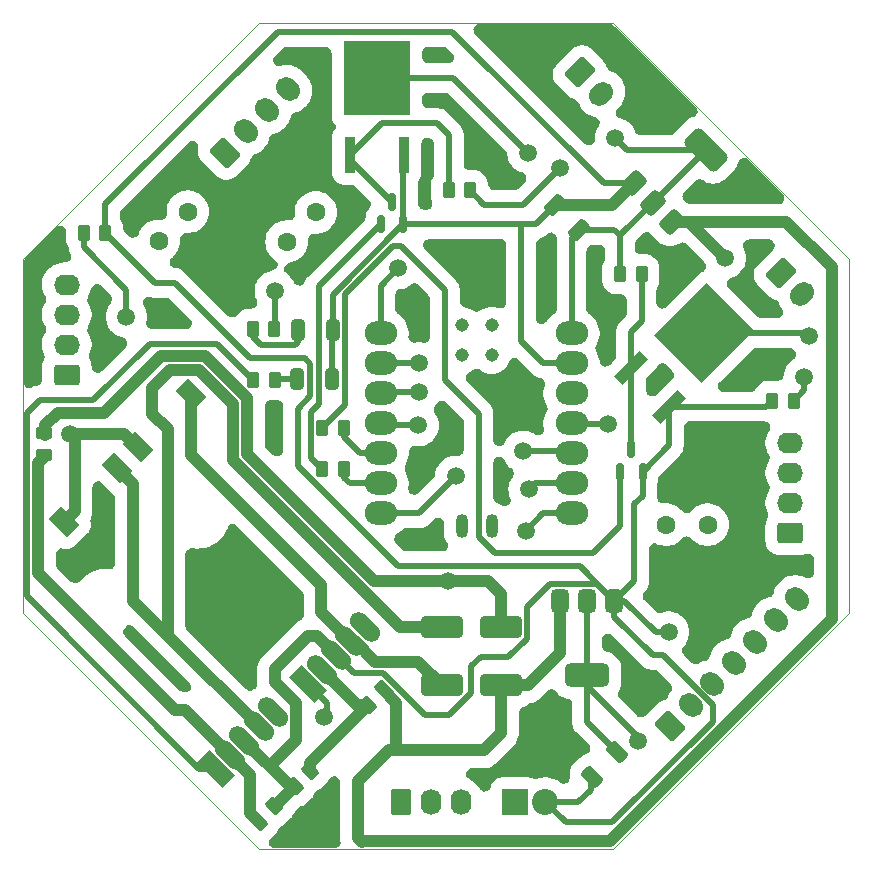
<source format=gbr>
%TF.GenerationSoftware,KiCad,Pcbnew,8.0.1*%
%TF.CreationDate,2024-05-14T22:23:39-04:00*%
%TF.ProjectId,MainPCBV2,4d61696e-5043-4425-9632-2e6b69636164,rev?*%
%TF.SameCoordinates,PX7270e00PY7bfa480*%
%TF.FileFunction,Copper,L1,Top*%
%TF.FilePolarity,Positive*%
%FSLAX45Y45*%
G04 Gerber Fmt 4.5, Leading zero omitted, Abs format (unit mm)*
G04 Created by KiCad (PCBNEW 8.0.1) date 2024-05-14 22:23:39*
%MOMM*%
%LPD*%
G01*
G04 APERTURE LIST*
G04 Aperture macros list*
%AMRoundRect*
0 Rectangle with rounded corners*
0 $1 Rounding radius*
0 $2 $3 $4 $5 $6 $7 $8 $9 X,Y pos of 4 corners*
0 Add a 4 corners polygon primitive as box body*
4,1,4,$2,$3,$4,$5,$6,$7,$8,$9,$2,$3,0*
0 Add four circle primitives for the rounded corners*
1,1,$1+$1,$2,$3*
1,1,$1+$1,$4,$5*
1,1,$1+$1,$6,$7*
1,1,$1+$1,$8,$9*
0 Add four rect primitives between the rounded corners*
20,1,$1+$1,$2,$3,$4,$5,0*
20,1,$1+$1,$4,$5,$6,$7,0*
20,1,$1+$1,$6,$7,$8,$9,0*
20,1,$1+$1,$8,$9,$2,$3,0*%
%AMHorizOval*
0 Thick line with rounded ends*
0 $1 width*
0 $2 $3 position (X,Y) of the first rounded end (center of the circle)*
0 $4 $5 position (X,Y) of the second rounded end (center of the circle)*
0 Add line between two ends*
20,1,$1,$2,$3,$4,$5,0*
0 Add two circle primitives to create the rounded ends*
1,1,$1,$2,$3*
1,1,$1,$4,$5*%
%AMRotRect*
0 Rectangle, with rotation*
0 The origin of the aperture is its center*
0 $1 length*
0 $2 width*
0 $3 Rotation angle, in degrees counterclockwise*
0 Add horizontal line*
21,1,$1,$2,0,0,$3*%
G04 Aperture macros list end*
%TA.AperFunction,SMDPad,CuDef*%
%ADD10RoundRect,0.250000X-0.132583X0.503814X-0.503814X0.132583X0.132583X-0.503814X0.503814X-0.132583X0*%
%TD*%
%TA.AperFunction,SMDPad,CuDef*%
%ADD11RoundRect,0.150000X0.150000X-0.587500X0.150000X0.587500X-0.150000X0.587500X-0.150000X-0.587500X0*%
%TD*%
%TA.AperFunction,SMDPad,CuDef*%
%ADD12RoundRect,0.250000X-0.229810X0.689429X-0.689429X0.229810X0.229810X-0.689429X0.689429X-0.229810X0*%
%TD*%
%TA.AperFunction,ComponentPad*%
%ADD13RoundRect,0.250000X0.845000X-0.620000X0.845000X0.620000X-0.845000X0.620000X-0.845000X-0.620000X0*%
%TD*%
%TA.AperFunction,ComponentPad*%
%ADD14O,2.190000X1.740000*%
%TD*%
%TA.AperFunction,SMDPad,CuDef*%
%ADD15RoundRect,0.250000X-0.450000X0.262500X-0.450000X-0.262500X0.450000X-0.262500X0.450000X0.262500X0*%
%TD*%
%TA.AperFunction,SMDPad,CuDef*%
%ADD16RoundRect,0.375000X-0.176777X-0.707107X0.707107X0.176777X0.176777X0.707107X-0.707107X-0.176777X0*%
%TD*%
%TA.AperFunction,SMDPad,CuDef*%
%ADD17RoundRect,0.500000X0.636396X-1.343503X1.343503X-0.636396X-0.636396X1.343503X-1.343503X0.636396X0*%
%TD*%
%TA.AperFunction,SMDPad,CuDef*%
%ADD18RoundRect,0.250000X-0.262500X-0.450000X0.262500X-0.450000X0.262500X0.450000X-0.262500X0.450000X0*%
%TD*%
%TA.AperFunction,SMDPad,CuDef*%
%ADD19RoundRect,0.250000X0.262500X0.450000X-0.262500X0.450000X-0.262500X-0.450000X0.262500X-0.450000X0*%
%TD*%
%TA.AperFunction,SMDPad,CuDef*%
%ADD20RoundRect,0.375000X-0.375000X0.625000X-0.375000X-0.625000X0.375000X-0.625000X0.375000X0.625000X0*%
%TD*%
%TA.AperFunction,SMDPad,CuDef*%
%ADD21RoundRect,0.500000X-1.400000X0.500000X-1.400000X-0.500000X1.400000X-0.500000X1.400000X0.500000X0*%
%TD*%
%TA.AperFunction,ComponentPad*%
%ADD22RoundRect,0.250000X0.159099X-1.035911X1.035911X-0.159099X-0.159099X1.035911X-1.035911X0.159099X0*%
%TD*%
%TA.AperFunction,ComponentPad*%
%ADD23HorizOval,1.740000X-0.159099X0.159099X0.159099X-0.159099X0*%
%TD*%
%TA.AperFunction,ComponentPad*%
%ADD24RotRect,1.500000X3.000000X45.000000*%
%TD*%
%TA.AperFunction,ComponentPad*%
%ADD25HorizOval,1.500000X-0.530330X0.530330X0.530330X-0.530330X0*%
%TD*%
%TA.AperFunction,SMDPad,CuDef*%
%ADD26RoundRect,0.250000X0.132583X-0.503814X0.503814X-0.132583X-0.132583X0.503814X-0.503814X0.132583X0*%
%TD*%
%TA.AperFunction,SMDPad,CuDef*%
%ADD27RoundRect,0.250000X0.689429X0.229810X0.229810X0.689429X-0.689429X-0.229810X-0.229810X-0.689429X0*%
%TD*%
%TA.AperFunction,SMDPad,CuDef*%
%ADD28RotRect,3.020000X0.970000X225.000000*%
%TD*%
%TA.AperFunction,SMDPad,CuDef*%
%ADD29RotRect,6.320000X5.670000X45.000000*%
%TD*%
%TA.AperFunction,ComponentPad*%
%ADD30C,1.600000*%
%TD*%
%TA.AperFunction,ComponentPad*%
%ADD31RoundRect,0.250000X-1.035911X-0.159099X-0.159099X-1.035911X1.035911X0.159099X0.159099X1.035911X0*%
%TD*%
%TA.AperFunction,ComponentPad*%
%ADD32HorizOval,1.740000X-0.159099X-0.159099X0.159099X0.159099X0*%
%TD*%
%TA.AperFunction,ComponentPad*%
%ADD33RoundRect,0.250000X-0.620000X-0.845000X0.620000X-0.845000X0.620000X0.845000X-0.620000X0.845000X0*%
%TD*%
%TA.AperFunction,ComponentPad*%
%ADD34O,1.740000X2.190000*%
%TD*%
%TA.AperFunction,ComponentPad*%
%ADD35R,2.200000X2.200000*%
%TD*%
%TA.AperFunction,ComponentPad*%
%ADD36C,2.200000*%
%TD*%
%TA.AperFunction,SMDPad,CuDef*%
%ADD37RotRect,1.500000X2.200000X45.000000*%
%TD*%
%TA.AperFunction,SMDPad,CuDef*%
%ADD38RoundRect,0.250000X-0.325000X-0.650000X0.325000X-0.650000X0.325000X0.650000X-0.325000X0.650000X0*%
%TD*%
%TA.AperFunction,SMDPad,CuDef*%
%ADD39RoundRect,0.250000X1.500000X0.650000X-1.500000X0.650000X-1.500000X-0.650000X1.500000X-0.650000X0*%
%TD*%
%TA.AperFunction,SMDPad,CuDef*%
%ADD40O,2.748280X1.998980*%
%TD*%
%TA.AperFunction,SMDPad,CuDef*%
%ADD41O,1.016000X2.032000*%
%TD*%
%TA.AperFunction,SMDPad,CuDef*%
%ADD42C,1.143000*%
%TD*%
%TA.AperFunction,SMDPad,CuDef*%
%ADD43R,0.970000X3.020000*%
%TD*%
%TA.AperFunction,SMDPad,CuDef*%
%ADD44R,5.670000X6.320000*%
%TD*%
%TA.AperFunction,ViaPad*%
%ADD45C,1.500000*%
%TD*%
%TA.AperFunction,Conductor*%
%ADD46C,0.500000*%
%TD*%
%TA.AperFunction,Conductor*%
%ADD47C,1.000000*%
%TD*%
%TA.AperFunction,Profile*%
%ADD48C,0.100000*%
%TD*%
G04 APERTURE END LIST*
D10*
X2129047Y364523D03*
X2000000Y235476D03*
X3054523Y1354524D03*
X2925476Y1225477D03*
D11*
X5060000Y3200000D03*
X5250000Y3200000D03*
X5155000Y3387500D03*
D12*
X5034298Y824298D03*
X4825702Y615702D03*
D13*
X6500000Y2678000D03*
D14*
X6500000Y2932000D03*
X6500000Y3186000D03*
X6500000Y3440000D03*
D15*
X180000Y3522500D03*
X180000Y3340000D03*
D16*
X5174627Y5639896D03*
X5337261Y5477261D03*
D17*
X5782739Y5922739D03*
D16*
X5499896Y5314627D03*
D18*
X2538750Y3220000D03*
X2721250Y3220000D03*
D19*
X3791250Y5580000D03*
X3608750Y5580000D03*
D18*
X5058750Y4870000D03*
X5241250Y4870000D03*
D20*
X5010000Y2105000D03*
X4780000Y2105000D03*
D21*
X4780000Y1475000D03*
D20*
X4550000Y2105000D03*
D22*
X1710790Y5900790D03*
D23*
X1890395Y6080395D03*
X2070000Y6260000D03*
X2249605Y6439605D03*
D24*
X1637624Y681544D03*
D25*
X1757832Y801752D03*
X1878040Y921960D03*
X1998248Y1042168D03*
X2118456Y1162376D03*
D19*
X701250Y5220000D03*
X518750Y5220000D03*
X2136250Y3975000D03*
X1953750Y3975000D03*
D26*
X2305477Y535477D03*
X2434524Y664524D03*
D27*
X4714298Y5245702D03*
X4505702Y5454298D03*
D28*
X5149149Y4072438D03*
X5472438Y3749149D03*
D29*
X5772534Y4372534D03*
D30*
X2483744Y5393744D03*
X2236256Y5146256D03*
D31*
X6420395Y4879605D03*
D32*
X6600000Y4700000D03*
D33*
X3202000Y400000D03*
D34*
X3456000Y400000D03*
X3710000Y400000D03*
D18*
X2537500Y3570000D03*
X2720000Y3570000D03*
D35*
X4173000Y400000D03*
D36*
X4427000Y400000D03*
D31*
X4720395Y6579605D03*
D32*
X4900000Y6400000D03*
D37*
X347452Y2773726D03*
X800000Y3226274D03*
D38*
X2331250Y4400000D03*
X2626250Y4400000D03*
D11*
X3035000Y5292500D03*
X3225000Y5292500D03*
X3130000Y5480000D03*
D39*
X4050000Y1880000D03*
X3550000Y1880000D03*
D22*
X5481185Y1041185D03*
D23*
X5660790Y1220790D03*
X5840395Y1400395D03*
X6020000Y1580000D03*
X6199605Y1759605D03*
X6379210Y1939210D03*
X6558815Y2118815D03*
D30*
X5450000Y2750000D03*
X5800000Y2750000D03*
X1152513Y5152513D03*
X1400000Y5400000D03*
D18*
X1948750Y4410000D03*
X2131250Y4410000D03*
X6348750Y3800000D03*
X6531250Y3800000D03*
D39*
X4050000Y1390000D03*
X3550000Y1390000D03*
D40*
X3031871Y4370000D03*
X3031871Y4116000D03*
X3031871Y3862000D03*
X3031871Y3608000D03*
X3031871Y3354000D03*
X3031871Y3100000D03*
X3031871Y2846000D03*
X4648327Y2846000D03*
X4648327Y3100000D03*
X4648327Y3354000D03*
X4648327Y3608000D03*
X4648327Y3862000D03*
X4648327Y4116000D03*
X4648327Y4370000D03*
D41*
X3718559Y2738218D03*
X3973559Y2738218D03*
D42*
X3718439Y4438637D03*
X3972439Y4438637D03*
X3718439Y4184637D03*
X3972439Y4184637D03*
D24*
X2415779Y1403389D03*
D25*
X2535987Y1523597D03*
X2656195Y1643805D03*
X2776403Y1764013D03*
X2896611Y1884221D03*
D37*
X973726Y3403726D03*
X1426274Y3856274D03*
D13*
X375000Y4021000D03*
D14*
X375000Y4275000D03*
X375000Y4529000D03*
X375000Y4783000D03*
D38*
X2321250Y3980000D03*
X2616250Y3980000D03*
D43*
X2771400Y5881000D03*
X3228600Y5881000D03*
D44*
X3000000Y6534000D03*
D45*
X5470000Y1840000D03*
X400000Y3520000D03*
X3600000Y2270000D03*
X3360000Y3870000D03*
X880000Y4510000D03*
X3350000Y3590000D03*
X5950000Y5010000D03*
X5210000Y920000D03*
X3180000Y4920000D03*
X3670000Y3160000D03*
X4260000Y2700000D03*
X5020000Y6020000D03*
X4550000Y5770000D03*
X3360000Y4120000D03*
X6660000Y4350000D03*
X4280000Y5900000D03*
X2550000Y1120000D03*
X2140000Y4730000D03*
X6620000Y4000000D03*
X4960000Y3600000D03*
X4290000Y3050000D03*
X4240000Y3370000D03*
D46*
X4810000Y507240D02*
X4810000Y640000D01*
X2433750Y3835830D02*
X2330000Y3732080D01*
X4270000Y2050000D02*
X4270000Y1785312D01*
D47*
X2496600Y1803400D02*
X2413400Y1803400D01*
D46*
X2433750Y4114370D02*
X2433750Y3835830D01*
D47*
X2138680Y1528680D02*
X2138680Y1421320D01*
D46*
X5010000Y2105000D02*
X4865000Y2250000D01*
X4598400Y228600D02*
X4427000Y400000D01*
X3614688Y1140000D02*
X3405165Y1140000D01*
X3182240Y2397760D02*
X4717240Y2397760D01*
X4865000Y2250000D02*
X4470000Y2250000D01*
X2805000Y1495000D02*
X2656195Y1643805D01*
X3225000Y5292500D02*
X4221480Y5292500D01*
X3223505Y5292500D02*
X3225000Y5292500D01*
X1925840Y4160000D02*
X2388120Y4160000D01*
X5010000Y2105000D02*
X5010000Y1969920D01*
X5842000Y1082040D02*
X4988560Y228600D01*
D47*
X2316489Y926489D02*
X2095000Y705000D01*
X2656195Y1643805D02*
X2496600Y1803400D01*
D46*
X5842000Y1226256D02*
X5842000Y1082040D01*
X3405165Y1140000D02*
X3050165Y1495000D01*
X5360000Y1840000D02*
X5095000Y2105000D01*
D47*
X2316489Y1243511D02*
X2316489Y926489D01*
D46*
X1287780Y4798060D02*
X1925840Y4160000D01*
X2626250Y4695245D02*
X3223505Y5292500D01*
X5334000Y1645920D02*
X5422336Y1645920D01*
X5470000Y1840000D02*
X5360000Y1840000D01*
X5472438Y3422438D02*
X5472438Y3749149D01*
X2388120Y4160000D02*
X2433750Y4114370D01*
X3880000Y1630000D02*
X3800000Y1550000D01*
X5250000Y2994480D02*
X5178680Y2923160D01*
X3800000Y1325312D02*
X3614688Y1140000D01*
X2160040Y6920000D02*
X3640000Y6920000D01*
X4648327Y4116000D02*
X4408240Y4116000D01*
D47*
X2264524Y535477D02*
X1878040Y921960D01*
D46*
X1120140Y4798060D02*
X1287780Y4798060D01*
X4988560Y228600D02*
X4598400Y228600D01*
X5422336Y1645920D02*
X5842000Y1226256D01*
X2330000Y3732080D02*
X2330000Y3250000D01*
X701250Y5461210D02*
X2160040Y6920000D01*
X701250Y5220000D02*
X701250Y5461210D01*
X4717240Y2397760D02*
X5010000Y2105000D01*
D47*
X2413400Y1803400D02*
X2138680Y1528680D01*
D46*
X4221480Y5292500D02*
X4343903Y5292500D01*
X2616250Y4390000D02*
X2626250Y4400000D01*
D47*
X2134524Y364523D02*
X2305477Y535477D01*
D46*
X4427000Y400000D02*
X4702760Y400000D01*
X3050165Y1495000D02*
X2805000Y1495000D01*
X4343903Y5292500D02*
X4505702Y5454298D01*
X4920104Y5639896D02*
X5174627Y5639896D01*
D47*
X4505702Y5454298D02*
X4989029Y5454298D01*
X2129047Y364523D02*
X2134524Y364523D01*
D46*
X4114688Y1630000D02*
X3880000Y1630000D01*
X4221480Y4302760D02*
X4221480Y5292500D01*
X5178680Y2273680D02*
X5010000Y2105000D01*
X5095000Y2105000D02*
X5010000Y2105000D01*
X5472438Y3749149D02*
X6297899Y3749149D01*
X2626250Y4400000D02*
X2626250Y4695245D01*
X4408240Y4116000D02*
X4221480Y4302760D01*
X5250000Y3200000D02*
X5250000Y2994480D01*
X2330000Y3250000D02*
X3182240Y2397760D01*
X4702760Y400000D02*
X4810000Y507240D01*
X5010000Y1969920D02*
X5334000Y1645920D01*
X6297899Y3749149D02*
X6348750Y3800000D01*
X3225000Y5877400D02*
X3228600Y5881000D01*
X701250Y5216950D02*
X1120140Y4798060D01*
D47*
X2305477Y535477D02*
X2264524Y535477D01*
D46*
X701250Y5220000D02*
X701250Y5216950D01*
X5250000Y3200000D02*
X5472438Y3422438D01*
X3800000Y1550000D02*
X3800000Y1325312D01*
X3640000Y6920000D02*
X4920104Y5639896D01*
X5178680Y2923160D02*
X5178680Y2273680D01*
X3225000Y5292500D02*
X3225000Y5877400D01*
D47*
X4989029Y5454298D02*
X5174627Y5639896D01*
D46*
X2616250Y3980000D02*
X2616250Y4390000D01*
D47*
X2138680Y1421320D02*
X2316489Y1243511D01*
D46*
X4270000Y1785312D02*
X4114688Y1630000D01*
X4470000Y2250000D02*
X4270000Y2050000D01*
D47*
X441960Y2868234D02*
X441960Y3478040D01*
X400000Y3520000D02*
X857452Y3520000D01*
X441960Y3478040D02*
X400000Y3520000D01*
X347452Y2773726D02*
X441960Y2868234D01*
X857452Y3520000D02*
X973726Y3403726D01*
D46*
X1948750Y4335210D02*
X1948750Y4410000D01*
X2331720Y4399530D02*
X2331720Y4292600D01*
X2331250Y4400000D02*
X2331720Y4399530D01*
X2016760Y4267200D02*
X1948750Y4335210D01*
X2306320Y4267200D02*
X2331720Y4292600D01*
X2016760Y4267200D02*
X2306320Y4267200D01*
D47*
X1542617Y4177089D02*
X1169729Y4177089D01*
X1900000Y3349706D02*
X1900000Y3819706D01*
X1169729Y4177089D02*
X690880Y3698240D01*
X3940000Y2270000D02*
X3600000Y2270000D01*
X298240Y3698240D02*
X190000Y3590000D01*
X190000Y3590000D02*
X190000Y3512500D01*
X690880Y3698240D02*
X298240Y3698240D01*
X1900000Y3819706D02*
X1542617Y4177089D01*
X3600000Y2270000D02*
X2979706Y2270000D01*
X4050000Y1880000D02*
X4050000Y2160000D01*
X4050000Y2160000D02*
X3940000Y2270000D01*
X2979706Y2270000D02*
X1900000Y3349706D01*
D46*
X2141250Y3980000D02*
X2136250Y3975000D01*
X2321250Y3980000D02*
X2141250Y3980000D01*
D47*
X2985772Y1590000D02*
X3350000Y1590000D01*
X2811759Y1764013D02*
X2985772Y1590000D01*
X3350000Y1590000D02*
X3550000Y1390000D01*
X2776403Y1764013D02*
X2811759Y1764013D01*
X2530000Y2010416D02*
X2776403Y1764013D01*
X1426274Y3856274D02*
X1426274Y3343726D01*
X2530000Y2240000D02*
X2530000Y2010416D01*
X1426274Y3343726D02*
X2530000Y2240000D01*
X1230000Y1810416D02*
X1230000Y3560000D01*
X3200000Y1880000D02*
X3550000Y1880000D01*
X1100000Y3690000D02*
X1100000Y3910000D01*
X935000Y2105416D02*
X1255208Y1785208D01*
X800000Y3226274D02*
X935000Y3091274D01*
X1230000Y3560000D02*
X1100000Y3690000D01*
X935000Y3091274D02*
X935000Y2105416D01*
X1780000Y3300000D02*
X3200000Y1880000D01*
X1492911Y4057089D02*
X1780000Y3770000D01*
X1780000Y3770000D02*
X1780000Y3300000D01*
X1100000Y3910000D02*
X1247089Y4057089D01*
X1255208Y1785208D02*
X1230000Y1810416D01*
X1255208Y1785208D02*
X1998248Y1042168D01*
X1247089Y4057089D02*
X1492911Y4057089D01*
D46*
X3360000Y3870000D02*
X3039871Y3870000D01*
X3039871Y3870000D02*
X3031871Y3862000D01*
X880000Y4510000D02*
X880000Y4738480D01*
X880000Y4738480D02*
X518750Y5099730D01*
X518750Y5099730D02*
X518750Y5220000D01*
X3350000Y3590000D02*
X3049871Y3590000D01*
X3049871Y3590000D02*
X3031871Y3608000D01*
D47*
X4280000Y1390000D02*
X4050000Y1390000D01*
X4050000Y1390000D02*
X4009700Y1349700D01*
X6850000Y1950000D02*
X4970000Y70000D01*
X4050000Y1390000D02*
X4050000Y983480D01*
X2839720Y96520D02*
X2839720Y579120D01*
X3164840Y840000D02*
X3434080Y840000D01*
X5499896Y5314627D02*
X6465373Y5314627D01*
X6465373Y5314627D02*
X6850000Y4930000D01*
X4550000Y1660000D02*
X4280000Y1390000D01*
X2839720Y579120D02*
X3100600Y840000D01*
X2874160Y70000D02*
X2870200Y66040D01*
X2870200Y66040D02*
X2839720Y96520D01*
X4050000Y983480D02*
X3906520Y840000D01*
X4550000Y2105000D02*
X4550000Y1660000D01*
X3100600Y840000D02*
X3164840Y840000D01*
X6850000Y4930000D02*
X6850000Y1950000D01*
X5499896Y5314627D02*
X5645373Y5314627D01*
X5645373Y5314627D02*
X5950000Y5010000D01*
X4970000Y70000D02*
X2874160Y70000D01*
X3054523Y1354524D02*
X3164840Y1244207D01*
X3906520Y840000D02*
X3434080Y840000D01*
X3164840Y1244207D02*
X3164840Y840000D01*
D46*
X4780000Y1382040D02*
X4780000Y1475000D01*
X4780000Y1475000D02*
X4780000Y1078597D01*
X4780000Y2105000D02*
X4780000Y1475000D01*
X5210000Y952040D02*
X4780000Y1382040D01*
X4780000Y1078597D02*
X5034298Y824298D01*
X5210000Y920000D02*
X5210000Y952040D01*
X3031871Y4771871D02*
X3180000Y4920000D01*
X3031871Y4370000D02*
X3031871Y4771871D01*
X2720000Y3570000D02*
X2720000Y3490000D01*
X2720000Y3490000D02*
X2856000Y3354000D01*
X2856000Y3354000D02*
X3031871Y3354000D01*
X2770000Y3100000D02*
X3031871Y3100000D01*
X2721250Y3220000D02*
X2721250Y3148750D01*
X2721250Y3148750D02*
X2770000Y3100000D01*
X3031871Y2846000D02*
X3356000Y2846000D01*
X3356000Y2846000D02*
X3670000Y3160000D01*
X4406000Y2846000D02*
X4648327Y2846000D01*
X4712327Y2910000D02*
X4648327Y2846000D01*
X4260000Y2700000D02*
X4406000Y2846000D01*
X3911250Y5460000D02*
X4240000Y5460000D01*
X5058750Y5198750D02*
X5337261Y5477261D01*
X4714298Y5245702D02*
X4648327Y5179730D01*
X5058750Y4870000D02*
X5058750Y5198750D01*
X5011798Y5245702D02*
X5058750Y5198750D01*
X5117261Y5922739D02*
X5782739Y5922739D01*
X3791250Y5580000D02*
X3911250Y5460000D01*
X4648327Y5179730D02*
X4648327Y4370000D01*
X5020000Y6020000D02*
X5117261Y5922739D01*
X4714298Y5245702D02*
X5011798Y5245702D01*
X5782739Y5922739D02*
X5337261Y5477261D01*
X4240000Y5460000D02*
X4550000Y5770000D01*
X3360000Y4120000D02*
X3035871Y4120000D01*
X3035871Y4120000D02*
X3031871Y4116000D01*
X5772534Y4372534D02*
X6637466Y4372534D01*
X6637466Y4372534D02*
X6660000Y4350000D01*
X3646000Y6534000D02*
X4280000Y5900000D01*
X3000000Y6534000D02*
X3646000Y6534000D01*
X5155000Y3387500D02*
X5155000Y4066587D01*
X5149149Y4379149D02*
X5241250Y4471250D01*
X5241250Y4471250D02*
X5241250Y4870000D01*
X5149149Y4072438D02*
X5149149Y4379149D01*
X5155000Y4066587D02*
X5149149Y4072438D01*
X3510000Y6150000D02*
X3608750Y6051250D01*
X3608750Y6051250D02*
X3608750Y5580000D01*
X3040400Y6150000D02*
X3510000Y6150000D01*
X3130000Y5480000D02*
X2771400Y5838600D01*
X2771400Y5881000D02*
X3040400Y6150000D01*
X2771400Y5838600D02*
X2771400Y5881000D01*
X2538750Y3220000D02*
X2441250Y3317500D01*
X2510000Y3770000D02*
X2510000Y4767500D01*
X2510000Y4767500D02*
X3035000Y5292500D01*
X2441250Y3317500D02*
X2441250Y3701250D01*
X2441250Y3701250D02*
X2510000Y3770000D01*
X3860800Y2649200D02*
X4000000Y2510000D01*
X4830000Y2510000D02*
X5060000Y2740000D01*
X3204600Y5105400D02*
X3576320Y4733680D01*
X4000000Y2510000D02*
X4830000Y2510000D01*
X5060000Y2740000D02*
X5060000Y3200000D01*
X2730000Y4700000D02*
X3135400Y5105400D01*
X3135400Y5105400D02*
X3204600Y5105400D01*
X3860800Y3689494D02*
X3860800Y2649200D01*
X3576320Y3973974D02*
X3860800Y3689494D01*
X2730000Y3762500D02*
X2730000Y4700000D01*
X2537500Y3570000D02*
X2730000Y3762500D01*
X3576320Y4733680D02*
X3576320Y3973974D01*
X2140000Y4418750D02*
X2131250Y4410000D01*
X2580000Y1150000D02*
X2550000Y1120000D01*
X2415779Y1403389D02*
X2416611Y1403389D01*
X2580000Y1240000D02*
X2580000Y1150000D01*
X2140000Y4730000D02*
X2140000Y4418750D01*
X2416611Y1403389D02*
X2580000Y1240000D01*
D47*
X2434524Y734523D02*
X2925476Y1225477D01*
X2925476Y1225477D02*
X2834107Y1225477D01*
X2434524Y664524D02*
X2434524Y734523D01*
X2834107Y1225477D02*
X2535987Y1523597D01*
X1930000Y629584D02*
X1757832Y801752D01*
X130000Y3270000D02*
X130000Y2337660D01*
X1930000Y305477D02*
X1930000Y629584D01*
X1379584Y1180000D02*
X1757832Y801752D01*
X1287660Y1180000D02*
X1379584Y1180000D01*
X130000Y2337660D02*
X1287660Y1180000D01*
X2000000Y235476D02*
X1930000Y305477D01*
X190000Y3330000D02*
X130000Y3270000D01*
D46*
X6531250Y3431250D02*
X6500000Y3400000D01*
X6620000Y4000000D02*
X6620000Y3888750D01*
X6620000Y3888750D02*
X6531250Y3800000D01*
X147320Y3804920D02*
X600570Y3804920D01*
X35000Y2144320D02*
X35000Y3692600D01*
X600570Y3804920D02*
X1075650Y4280000D01*
X1637624Y681544D02*
X1497776Y681544D01*
X1648750Y4280000D02*
X1953750Y3975000D01*
X1075650Y4280000D02*
X1648750Y4280000D01*
X35000Y3692600D02*
X147320Y3804920D01*
X1497776Y681544D02*
X35000Y2144320D01*
X4656327Y3600000D02*
X4648327Y3608000D01*
X4960000Y3600000D02*
X4656327Y3600000D01*
X4340000Y3100000D02*
X4290000Y3050000D01*
X4648327Y3100000D02*
X4340000Y3100000D01*
X4632327Y3370000D02*
X4648327Y3354000D01*
X4240000Y3370000D02*
X4632327Y3370000D01*
%TA.AperFunction,NonConductor*%
G36*
X3581592Y6792929D02*
G01*
X3594511Y6787029D01*
X3602818Y6780335D01*
X3638918Y6744235D01*
X3647429Y6732865D01*
X3652393Y6719557D01*
X3653406Y6705390D01*
X3650387Y6691512D01*
X3643580Y6679046D01*
X3633537Y6669003D01*
X3621072Y6662196D01*
X3607193Y6659177D01*
X3603633Y6659050D01*
X3433450Y6659050D01*
X3419391Y6661071D01*
X3406472Y6666971D01*
X3395738Y6676272D01*
X3388059Y6688221D01*
X3384058Y6701849D01*
X3383550Y6708950D01*
X3383550Y6745050D01*
X3385571Y6759108D01*
X3391471Y6772028D01*
X3400772Y6782762D01*
X3412721Y6790441D01*
X3426348Y6794442D01*
X3433450Y6794950D01*
X3567533Y6794950D01*
X3581592Y6792929D01*
G37*
%TD.AperFunction*%
%TA.AperFunction,NonConductor*%
G36*
X4989227Y6987929D02*
G01*
X5002146Y6982029D01*
X5010453Y6975335D01*
X5700737Y6285050D01*
X5709249Y6273680D01*
X5714212Y6260372D01*
X5715225Y6246206D01*
X5712206Y6232327D01*
X5705399Y6219861D01*
X5695356Y6209818D01*
X5682891Y6203012D01*
X5677702Y6201392D01*
X5670211Y6199495D01*
X5647438Y6189506D01*
X5647438Y6189506D01*
X5626621Y6175905D01*
X5626620Y6175905D01*
X5618855Y6169047D01*
X5536430Y6086623D01*
X5529573Y6078858D01*
X5529572Y6078856D01*
X5524044Y6070396D01*
X5514663Y6059732D01*
X5502657Y6052143D01*
X5489000Y6048244D01*
X5482270Y6047789D01*
X5231164Y6047789D01*
X5217106Y6049810D01*
X5204186Y6055710D01*
X5193452Y6065011D01*
X5185774Y6076959D01*
X5184714Y6079458D01*
X5178157Y6096163D01*
X5178157Y6096164D01*
X5178157Y6096164D01*
X5165039Y6118886D01*
X5148681Y6139398D01*
X5148088Y6139948D01*
X5129448Y6157243D01*
X5107771Y6172022D01*
X5107771Y6172022D01*
X5107770Y6172023D01*
X5092841Y6179212D01*
X5084133Y6183406D01*
X5084133Y6183406D01*
X5084132Y6183406D01*
X5079535Y6184824D01*
X5059177Y6191104D01*
X5046339Y6197179D01*
X5035732Y6206626D01*
X5028217Y6218677D01*
X5024401Y6232358D01*
X5024594Y6246560D01*
X5028781Y6260132D01*
X5036621Y6271975D01*
X5038599Y6274070D01*
X5056843Y6292315D01*
X5071770Y6311767D01*
X5084030Y6333002D01*
X5093413Y6355656D01*
X5099759Y6379340D01*
X5102960Y6403650D01*
X5102960Y6428170D01*
X5099759Y6452480D01*
X5093413Y6476164D01*
X5084030Y6498817D01*
X5071770Y6520052D01*
X5056844Y6539504D01*
X5056843Y6539506D01*
X5039506Y6556843D01*
X5039504Y6556844D01*
X5020052Y6571770D01*
X4998817Y6584030D01*
X4974655Y6594038D01*
X4974787Y6594357D01*
X4964932Y6599377D01*
X4954605Y6609128D01*
X4947444Y6621393D01*
X4945577Y6626889D01*
X4945017Y6628918D01*
X4943478Y6633018D01*
X4937108Y6649991D01*
X4933535Y6655971D01*
X4925563Y6669314D01*
X4925563Y6669314D01*
X4925563Y6669315D01*
X4916951Y6679398D01*
X4894500Y6701849D01*
X4820189Y6776159D01*
X4820187Y6776162D01*
X4810104Y6784773D01*
X4803287Y6788846D01*
X4790781Y6796318D01*
X4783757Y6798954D01*
X4769708Y6804227D01*
X4769707Y6804227D01*
X4747560Y6808246D01*
X4725050Y6808246D01*
X4713976Y6806237D01*
X4702902Y6804227D01*
X4702902Y6804227D01*
X4681828Y6796318D01*
X4681828Y6796318D01*
X4662506Y6784773D01*
X4662505Y6784772D01*
X4652423Y6776161D01*
X4652421Y6776160D01*
X4523841Y6647580D01*
X4523838Y6647577D01*
X4515227Y6637495D01*
X4503682Y6618171D01*
X4495773Y6597098D01*
X4495773Y6597098D01*
X4495773Y6597098D01*
X4491754Y6574950D01*
X4491754Y6552440D01*
X4495773Y6530293D01*
X4495773Y6530292D01*
X4503682Y6509219D01*
X4503682Y6509219D01*
X4515227Y6489897D01*
X4515227Y6489896D01*
X4515227Y6489896D01*
X4523839Y6479812D01*
X4523840Y6479811D01*
X4523840Y6479811D01*
X4620601Y6383051D01*
X4620603Y6383049D01*
X4624945Y6379340D01*
X4630685Y6374437D01*
X4650009Y6362892D01*
X4671083Y6354983D01*
X4671083Y6354983D01*
X4673111Y6354423D01*
X4686125Y6348735D01*
X4697009Y6339610D01*
X4704882Y6327789D01*
X4705889Y6325315D01*
X4705962Y6325345D01*
X4715970Y6301183D01*
X4728230Y6279948D01*
X4743156Y6260496D01*
X4743157Y6260494D01*
X4760494Y6243157D01*
X4760496Y6243156D01*
X4779948Y6228230D01*
X4801183Y6215970D01*
X4823836Y6206587D01*
X4849098Y6199818D01*
X4849039Y6199598D01*
X4860221Y6195654D01*
X4871742Y6187348D01*
X4880456Y6176132D01*
X4885657Y6162916D01*
X4886924Y6148769D01*
X4884154Y6134839D01*
X4877572Y6122253D01*
X4876109Y6120325D01*
X4874962Y6118886D01*
X4874961Y6118885D01*
X4861843Y6096164D01*
X4861843Y6096163D01*
X4852258Y6071742D01*
X4852258Y6071742D01*
X4851951Y6070396D01*
X4846420Y6046163D01*
X4844792Y6024442D01*
X4844459Y6020000D01*
X4844747Y6016159D01*
X4843782Y6001988D01*
X4838864Y5988664D01*
X4830391Y5977265D01*
X4819049Y5968715D01*
X4805759Y5963707D01*
X4791595Y5962646D01*
X4777707Y5965618D01*
X4765218Y5972382D01*
X4759702Y5977146D01*
X3832082Y6904765D01*
X3823570Y6916135D01*
X3818607Y6929443D01*
X3817594Y6943610D01*
X3820613Y6957488D01*
X3827420Y6969954D01*
X3837463Y6979997D01*
X3849928Y6986804D01*
X3863807Y6989823D01*
X3867367Y6989950D01*
X4975168Y6989950D01*
X4989227Y6987929D01*
G37*
%TD.AperFunction*%
%TA.AperFunction,NonConductor*%
G36*
X3587592Y6406929D02*
G01*
X3600511Y6401029D01*
X3608818Y6394335D01*
X4091473Y5911680D01*
X4099984Y5900310D01*
X4104948Y5887002D01*
X4105948Y5880125D01*
X4106420Y5873837D01*
X4106420Y5873837D01*
X4112258Y5848258D01*
X4112258Y5848258D01*
X4121842Y5823837D01*
X4121843Y5823836D01*
X4121843Y5823836D01*
X4134961Y5801114D01*
X4134962Y5801114D01*
X4134962Y5801113D01*
X4135230Y5800777D01*
X4145868Y5787438D01*
X4151320Y5780602D01*
X4170552Y5762757D01*
X4177571Y5757971D01*
X4192230Y5747977D01*
X4215868Y5736594D01*
X4231409Y5731800D01*
X4244247Y5725725D01*
X4254853Y5716279D01*
X4262369Y5704227D01*
X4266184Y5690546D01*
X4265991Y5676344D01*
X4261805Y5662772D01*
X4253964Y5650930D01*
X4251985Y5648832D01*
X4235909Y5632757D01*
X4202818Y5599665D01*
X4191448Y5591154D01*
X4178140Y5586190D01*
X4167533Y5585050D01*
X3992326Y5585050D01*
X3978268Y5587071D01*
X3965348Y5592971D01*
X3954615Y5602272D01*
X3946936Y5614221D01*
X3942934Y5627848D01*
X3942580Y5631035D01*
X3942142Y5636610D01*
X3941510Y5644641D01*
X3936010Y5666468D01*
X3926701Y5686962D01*
X3926701Y5686962D01*
X3913882Y5705465D01*
X3913881Y5705466D01*
X3897966Y5721381D01*
X3897965Y5721382D01*
X3879462Y5734201D01*
X3865800Y5740407D01*
X3858968Y5743510D01*
X3837141Y5749010D01*
X3823922Y5750050D01*
X3823921Y5750050D01*
X3783700Y5750050D01*
X3769641Y5752071D01*
X3756722Y5757971D01*
X3745988Y5767272D01*
X3738309Y5779221D01*
X3734308Y5792848D01*
X3733800Y5799950D01*
X3733800Y6061092D01*
X3732113Y6071742D01*
X3730721Y6080533D01*
X3728509Y6087341D01*
X3728220Y6088230D01*
X3724639Y6099252D01*
X3724639Y6099252D01*
X3724638Y6099253D01*
X3715702Y6116790D01*
X3704133Y6132715D01*
X3591465Y6245383D01*
X3575540Y6256952D01*
X3575540Y6256953D01*
X3575540Y6256953D01*
X3558003Y6265888D01*
X3558003Y6265888D01*
X3558003Y6265888D01*
X3558002Y6265889D01*
X3558001Y6265889D01*
X3539283Y6271971D01*
X3539282Y6271971D01*
X3519842Y6275050D01*
X3519842Y6275050D01*
X3433450Y6275050D01*
X3419391Y6277071D01*
X3406472Y6282971D01*
X3395738Y6292272D01*
X3388059Y6304221D01*
X3384058Y6317848D01*
X3383550Y6324950D01*
X3383550Y6359050D01*
X3385571Y6373109D01*
X3391471Y6386028D01*
X3400772Y6396762D01*
X3412721Y6404441D01*
X3426348Y6408442D01*
X3433450Y6408950D01*
X3573533Y6408950D01*
X3587592Y6406929D01*
G37*
%TD.AperFunction*%
%TA.AperFunction,NonConductor*%
G36*
X6128774Y5851590D02*
G01*
X6141002Y5844366D01*
X6145050Y5840737D01*
X6435926Y5549861D01*
X6444437Y5538491D01*
X6449401Y5525184D01*
X6450414Y5511017D01*
X6447395Y5497139D01*
X6440588Y5484673D01*
X6430545Y5474630D01*
X6418079Y5467823D01*
X6404201Y5464804D01*
X6400641Y5464677D01*
X5653429Y5464677D01*
X5639370Y5466698D01*
X5626451Y5472598D01*
X5618144Y5479292D01*
X5608218Y5489219D01*
X5608216Y5489221D01*
X5604090Y5492930D01*
X5594987Y5503833D01*
X5589325Y5516858D01*
X5587562Y5530952D01*
X5589840Y5544971D01*
X5595976Y5557780D01*
X5602168Y5565321D01*
X5696529Y5659681D01*
X5707898Y5668192D01*
X5721206Y5673156D01*
X5735372Y5674169D01*
X5749251Y5671150D01*
X5759105Y5666171D01*
X5774716Y5655972D01*
X5774717Y5655971D01*
X5774717Y5655971D01*
X5797490Y5645982D01*
X5821596Y5639877D01*
X5846378Y5637824D01*
X5871160Y5639877D01*
X5895266Y5645982D01*
X5918039Y5655971D01*
X5938857Y5669572D01*
X5946622Y5676429D01*
X6029048Y5758855D01*
X6035905Y5766620D01*
X6049506Y5787438D01*
X6059495Y5810211D01*
X6061392Y5817703D01*
X6066803Y5830834D01*
X6075694Y5841910D01*
X6087345Y5850032D01*
X6100813Y5854543D01*
X6115006Y5855077D01*
X6128774Y5851590D01*
G37*
%TD.AperFunction*%
%TA.AperFunction,NonConductor*%
G36*
X3447858Y6022929D02*
G01*
X3460778Y6017029D01*
X3471512Y6007728D01*
X3479191Y5995779D01*
X3483192Y5982151D01*
X3483700Y5975050D01*
X3483700Y5717572D01*
X3481679Y5703513D01*
X3475779Y5690594D01*
X3474818Y5689155D01*
X3473299Y5686962D01*
X3470034Y5679773D01*
X3462379Y5667809D01*
X3461617Y5667146D01*
X3460957Y5654697D01*
X3460398Y5652211D01*
X3458490Y5644642D01*
X3458490Y5644642D01*
X3457450Y5631422D01*
X3457450Y5528579D01*
X3457450Y5528577D01*
X3458490Y5515359D01*
X3458490Y5515359D01*
X3458490Y5515359D01*
X3460039Y5509213D01*
X3463081Y5497139D01*
X3463990Y5493532D01*
X3466464Y5488086D01*
X3470437Y5474451D01*
X3470408Y5460248D01*
X3466379Y5446628D01*
X3458676Y5434696D01*
X3447923Y5425416D01*
X3434991Y5419543D01*
X3421031Y5417550D01*
X3399950Y5417550D01*
X3385891Y5419571D01*
X3372972Y5425471D01*
X3362238Y5434772D01*
X3354559Y5446721D01*
X3350558Y5460349D01*
X3350050Y5467450D01*
X3350050Y5643379D01*
X3352071Y5657438D01*
X3357971Y5670357D01*
X3360844Y5674317D01*
X3361069Y5674659D01*
X3361069Y5674659D01*
X3361070Y5674659D01*
X3367781Y5687507D01*
X3375214Y5697828D01*
X3375194Y5707411D01*
X3375727Y5709913D01*
X3375655Y5709926D01*
X3376088Y5712258D01*
X3376088Y5712258D01*
X3376089Y5712258D01*
X3377150Y5724196D01*
X3377150Y5975050D01*
X3379171Y5989108D01*
X3385071Y6002028D01*
X3394372Y6012762D01*
X3406321Y6020441D01*
X3419948Y6024442D01*
X3427050Y6024950D01*
X3433800Y6024950D01*
X3447858Y6022929D01*
G37*
%TD.AperFunction*%
%TA.AperFunction,NonConductor*%
G36*
X5301924Y5223823D02*
G01*
X5314390Y5217017D01*
X5321592Y5210433D01*
X5325302Y5206307D01*
X5325304Y5206305D01*
X5391575Y5140035D01*
X5391575Y5140034D01*
X5391576Y5140034D01*
X5395494Y5136510D01*
X5408253Y5127887D01*
X5414893Y5123399D01*
X5414893Y5123399D01*
X5414893Y5123399D01*
X5436229Y5113755D01*
X5458888Y5107855D01*
X5458888Y5107855D01*
X5458889Y5107854D01*
X5482218Y5105869D01*
X5482218Y5105869D01*
X5482219Y5105869D01*
X5505548Y5107854D01*
X5505548Y5107855D01*
X5505548Y5107855D01*
X5528207Y5113755D01*
X5549543Y5123399D01*
X5560097Y5130532D01*
X5572875Y5136729D01*
X5586883Y5139076D01*
X5600985Y5137381D01*
X5614037Y5131781D01*
X5623324Y5124474D01*
X5770260Y4977538D01*
X5778771Y4966168D01*
X5781405Y4959929D01*
X5781576Y4959996D01*
X5784096Y4953576D01*
X5787350Y4939751D01*
X5786578Y4925569D01*
X5781841Y4912179D01*
X5773524Y4900666D01*
X5762300Y4891963D01*
X5757325Y4889491D01*
X5755857Y4888861D01*
X5738065Y4878986D01*
X5728872Y4871294D01*
X5728872Y4871293D01*
X5451485Y4593906D01*
X5440115Y4585395D01*
X5426807Y4580431D01*
X5412640Y4579418D01*
X5398762Y4582437D01*
X5386296Y4589244D01*
X5376253Y4599287D01*
X5369446Y4611753D01*
X5366427Y4625631D01*
X5366300Y4629191D01*
X5366300Y4732428D01*
X5368321Y4746487D01*
X5374221Y4759406D01*
X5375183Y4760846D01*
X5376701Y4763037D01*
X5386010Y4783532D01*
X5391510Y4805359D01*
X5392550Y4818578D01*
X5392550Y4921422D01*
X5391510Y4934641D01*
X5386010Y4956468D01*
X5380866Y4967793D01*
X5376701Y4976963D01*
X5363882Y4995465D01*
X5363881Y4995466D01*
X5347966Y5011381D01*
X5347965Y5011382D01*
X5329462Y5024201D01*
X5315800Y5030407D01*
X5308968Y5033510D01*
X5287141Y5039010D01*
X5273922Y5040050D01*
X5273922Y5040050D01*
X5233700Y5040050D01*
X5219642Y5042071D01*
X5206722Y5047971D01*
X5195988Y5057272D01*
X5188309Y5069221D01*
X5184308Y5082849D01*
X5183800Y5089950D01*
X5183800Y5126284D01*
X5185821Y5140342D01*
X5191721Y5153262D01*
X5198415Y5161567D01*
X5249202Y5212355D01*
X5260571Y5220866D01*
X5273879Y5225829D01*
X5288046Y5226843D01*
X5301924Y5223823D01*
G37*
%TD.AperFunction*%
%TA.AperFunction,NonConductor*%
G36*
X4060588Y5165429D02*
G01*
X4073508Y5159529D01*
X4084242Y5150228D01*
X4091921Y5138279D01*
X4095922Y5124652D01*
X4096430Y5117550D01*
X4096430Y4632111D01*
X4094409Y4618052D01*
X4088509Y4605133D01*
X4079208Y4594399D01*
X4067259Y4586720D01*
X4053631Y4582719D01*
X4039428Y4582719D01*
X4027434Y4586009D01*
X4021167Y4588605D01*
X3997107Y4594381D01*
X3997107Y4594381D01*
X3997107Y4594381D01*
X3972439Y4596323D01*
X3947772Y4594381D01*
X3947771Y4594381D01*
X3947771Y4594381D01*
X3923711Y4588605D01*
X3923711Y4588605D01*
X3900852Y4579137D01*
X3900851Y4579136D01*
X3879754Y4566208D01*
X3879754Y4566208D01*
X3877846Y4564578D01*
X3865843Y4556985D01*
X3852187Y4553081D01*
X3837984Y4553183D01*
X3824386Y4557282D01*
X3813032Y4564578D01*
X3811979Y4565478D01*
X3811125Y4566207D01*
X3811125Y4566208D01*
X3811124Y4566208D01*
X3790028Y4579136D01*
X3790026Y4579137D01*
X3767167Y4588605D01*
X3741200Y4594839D01*
X3741242Y4595012D01*
X3729896Y4598520D01*
X3718058Y4606368D01*
X3708911Y4617234D01*
X3703196Y4630236D01*
X3701370Y4643611D01*
X3701370Y4743522D01*
X3698291Y4762963D01*
X3698291Y4762963D01*
X3696731Y4767763D01*
X3692208Y4781683D01*
X3683272Y4799221D01*
X3671703Y4815145D01*
X3671702Y4815145D01*
X3404582Y5082265D01*
X3396070Y5093636D01*
X3391107Y5106943D01*
X3390094Y5121110D01*
X3393113Y5134988D01*
X3399920Y5147454D01*
X3409963Y5157497D01*
X3422428Y5164304D01*
X3436307Y5167323D01*
X3439867Y5167450D01*
X4046530Y5167450D01*
X4060588Y5165429D01*
G37*
%TD.AperFunction*%
%TA.AperFunction,NonConductor*%
G36*
X2580609Y6792929D02*
G01*
X2593528Y6787029D01*
X2604262Y6777728D01*
X2611941Y6765779D01*
X2615942Y6752151D01*
X2616450Y6745050D01*
X2616450Y6212197D01*
X2617073Y6205186D01*
X2617511Y6200258D01*
X2619002Y6195050D01*
X2622333Y6183406D01*
X2623109Y6180695D01*
X2632530Y6162659D01*
X2640725Y6152609D01*
X2648042Y6140436D01*
X2651634Y6126695D01*
X2651209Y6112498D01*
X2646801Y6098997D01*
X2640725Y6089542D01*
X2638930Y6087341D01*
X2629510Y6069306D01*
X2629509Y6069305D01*
X2624599Y6052143D01*
X2623911Y6049742D01*
X2622850Y6037804D01*
X2622850Y6037803D01*
X2622850Y6037803D01*
X2622850Y5724197D01*
X2623439Y5717572D01*
X2623911Y5712258D01*
X2626854Y5701975D01*
X2629509Y5692695D01*
X2629510Y5692694D01*
X2638930Y5674659D01*
X2638930Y5674659D01*
X2651789Y5658889D01*
X2651789Y5658889D01*
X2667559Y5646030D01*
X2667559Y5646030D01*
X2685595Y5636609D01*
X2705158Y5631011D01*
X2717096Y5629950D01*
X2782533Y5629950D01*
X2796592Y5627929D01*
X2809511Y5622029D01*
X2817818Y5615335D01*
X2934314Y5498839D01*
X2942826Y5487469D01*
X2947789Y5474161D01*
X2948802Y5459994D01*
X2945783Y5446116D01*
X2938976Y5433650D01*
X2934314Y5428270D01*
X2931109Y5425064D01*
X2919059Y5407474D01*
X2910447Y5387969D01*
X2910447Y5387968D01*
X2905565Y5367212D01*
X2904950Y5358350D01*
X2904947Y5358262D01*
X2904942Y5358234D01*
X2904890Y5357489D01*
X2904809Y5357495D01*
X2902439Y5344282D01*
X2896094Y5331575D01*
X2890361Y5324709D01*
X2414617Y4848965D01*
X2414617Y4848965D01*
X2404435Y4834950D01*
X2403048Y4833041D01*
X2403047Y4833040D01*
X2394112Y4815503D01*
X2394111Y4815502D01*
X2392024Y4809079D01*
X2385758Y4796333D01*
X2376154Y4785869D01*
X2363991Y4778535D01*
X2350255Y4774924D01*
X2336057Y4775330D01*
X2322550Y4779719D01*
X2310825Y4787736D01*
X2301835Y4798731D01*
X2298992Y4804493D01*
X2298967Y4804481D01*
X2298157Y4806163D01*
X2298157Y4806164D01*
X2285039Y4828886D01*
X2268681Y4849398D01*
X2265401Y4852441D01*
X2250887Y4865908D01*
X2249448Y4867243D01*
X2235680Y4876630D01*
X2225204Y4886219D01*
X2217853Y4898372D01*
X2214223Y4912104D01*
X2214610Y4926301D01*
X2218980Y4939815D01*
X2226981Y4951550D01*
X2237964Y4960556D01*
X2251039Y4966103D01*
X2256352Y4967202D01*
X2276434Y4970228D01*
X2302220Y4978183D01*
X2326534Y4989891D01*
X2348830Y5005093D01*
X2368612Y5023448D01*
X2385438Y5044546D01*
X2398931Y5067917D01*
X2408790Y5093037D01*
X2414795Y5119346D01*
X2416811Y5146256D01*
X2416759Y5146953D01*
X2416238Y5153901D01*
X2415760Y5160280D01*
X2416725Y5174449D01*
X2421643Y5187774D01*
X2430116Y5199173D01*
X2441457Y5207723D01*
X2454748Y5212732D01*
X2468911Y5213793D01*
X2469251Y5213769D01*
X2470250Y5213694D01*
X2470251Y5213694D01*
X2470251Y5213694D01*
X2497236Y5213694D01*
X2497237Y5213694D01*
X2523921Y5217716D01*
X2549708Y5225670D01*
X2574021Y5237379D01*
X2596318Y5252580D01*
X2616100Y5270935D01*
X2632925Y5292034D01*
X2646418Y5315404D01*
X2656277Y5340524D01*
X2662282Y5366833D01*
X2664299Y5393744D01*
X2662282Y5420654D01*
X2656277Y5446963D01*
X2653821Y5453220D01*
X2646418Y5472083D01*
X2646418Y5472084D01*
X2632926Y5495453D01*
X2632925Y5495454D01*
X2627937Y5501710D01*
X2616100Y5516552D01*
X2596318Y5534907D01*
X2587142Y5541163D01*
X2574021Y5550109D01*
X2561030Y5556365D01*
X2549709Y5561817D01*
X2549708Y5561817D01*
X2549708Y5561817D01*
X2549708Y5561818D01*
X2523921Y5569772D01*
X2523921Y5569772D01*
X2523921Y5569772D01*
X2513324Y5571369D01*
X2497237Y5573794D01*
X2470251Y5573794D01*
X2457890Y5571931D01*
X2443567Y5569772D01*
X2438061Y5568073D01*
X2417780Y5561818D01*
X2417779Y5561817D01*
X2417779Y5561817D01*
X2393467Y5550109D01*
X2393466Y5550109D01*
X2371169Y5534907D01*
X2351387Y5516552D01*
X2334563Y5495455D01*
X2334562Y5495453D01*
X2321069Y5472084D01*
X2321069Y5472083D01*
X2311210Y5446964D01*
X2306380Y5425799D01*
X2305205Y5420654D01*
X2303189Y5393744D01*
X2304240Y5379721D01*
X2303275Y5365551D01*
X2298356Y5352226D01*
X2289884Y5340827D01*
X2278543Y5332277D01*
X2265252Y5327269D01*
X2251089Y5326207D01*
X2250751Y5326231D01*
X2249750Y5326306D01*
X2249749Y5326306D01*
X2222763Y5326306D01*
X2212166Y5324709D01*
X2196079Y5322284D01*
X2190575Y5320586D01*
X2170292Y5314330D01*
X2170292Y5314330D01*
X2170291Y5314330D01*
X2145980Y5302622D01*
X2145979Y5302621D01*
X2123682Y5287420D01*
X2103900Y5269065D01*
X2087075Y5247967D01*
X2087074Y5247966D01*
X2073582Y5224596D01*
X2073582Y5224596D01*
X2063723Y5199476D01*
X2058035Y5174557D01*
X2057718Y5173167D01*
X2055701Y5146256D01*
X2057718Y5119346D01*
X2057718Y5119346D01*
X2063723Y5093036D01*
X2073582Y5067917D01*
X2073582Y5067917D01*
X2087074Y5044547D01*
X2087075Y5044545D01*
X2103900Y5023448D01*
X2123682Y5005093D01*
X2139380Y4994390D01*
X2149857Y4984801D01*
X2157208Y4972648D01*
X2160838Y4958916D01*
X2160451Y4944719D01*
X2156081Y4931205D01*
X2148080Y4919470D01*
X2137097Y4910464D01*
X2124022Y4904917D01*
X2118708Y4903818D01*
X2100940Y4901140D01*
X2100939Y4901140D01*
X2100939Y4901140D01*
X2100939Y4901140D01*
X2075868Y4893406D01*
X2075867Y4893406D01*
X2075867Y4893406D01*
X2052230Y4882023D01*
X2052229Y4882022D01*
X2030552Y4867243D01*
X2011320Y4849398D01*
X1994962Y4828887D01*
X1994961Y4828885D01*
X1981843Y4806165D01*
X1981842Y4806163D01*
X1972258Y4781742D01*
X1972258Y4781742D01*
X1967972Y4762963D01*
X1966420Y4756163D01*
X1964459Y4730000D01*
X1966420Y4703837D01*
X1972121Y4678858D01*
X1972258Y4678259D01*
X1972258Y4678258D01*
X1981842Y4653837D01*
X1982653Y4652155D01*
X1982380Y4652023D01*
X1986507Y4641714D01*
X1987858Y4627576D01*
X1985170Y4613629D01*
X1978661Y4601005D01*
X1968860Y4590726D01*
X1956560Y4583624D01*
X1942757Y4580276D01*
X1938014Y4580050D01*
X1916079Y4580050D01*
X1916077Y4580050D01*
X1902859Y4579010D01*
X1902859Y4579010D01*
X1881032Y4573510D01*
X1860537Y4564201D01*
X1842035Y4551382D01*
X1842034Y4551381D01*
X1826119Y4535466D01*
X1826118Y4535465D01*
X1819681Y4526175D01*
X1810014Y4515770D01*
X1797806Y4508510D01*
X1784048Y4504984D01*
X1769854Y4505477D01*
X1756373Y4509948D01*
X1744698Y4518037D01*
X1743379Y4519308D01*
X1369245Y4893443D01*
X1369245Y4893443D01*
X1353321Y4905012D01*
X1353320Y4905013D01*
X1353320Y4905013D01*
X1335783Y4913948D01*
X1335783Y4913948D01*
X1335783Y4913948D01*
X1335782Y4913949D01*
X1335781Y4913949D01*
X1317063Y4920031D01*
X1317063Y4920031D01*
X1297622Y4923110D01*
X1297622Y4923110D01*
X1297044Y4923110D01*
X1296346Y4923211D01*
X1295668Y4923264D01*
X1295671Y4923308D01*
X1282986Y4925131D01*
X1270066Y4931031D01*
X1259333Y4940332D01*
X1251654Y4952281D01*
X1247652Y4965909D01*
X1247652Y4980112D01*
X1251654Y4993739D01*
X1259333Y5005688D01*
X1263807Y5009983D01*
X1263718Y5010079D01*
X1272541Y5018265D01*
X1284869Y5029704D01*
X1301694Y5050802D01*
X1315187Y5074173D01*
X1325046Y5099293D01*
X1331051Y5125602D01*
X1333068Y5152513D01*
X1332757Y5156655D01*
X1332257Y5163326D01*
X1332017Y5166536D01*
X1332982Y5180706D01*
X1337900Y5194030D01*
X1346372Y5205429D01*
X1357714Y5213979D01*
X1371004Y5218988D01*
X1385167Y5220049D01*
X1385507Y5220025D01*
X1386507Y5219950D01*
X1386507Y5219950D01*
X1386508Y5219950D01*
X1413492Y5219950D01*
X1413493Y5219950D01*
X1440177Y5223972D01*
X1465964Y5231926D01*
X1490277Y5243635D01*
X1512574Y5258837D01*
X1532356Y5277192D01*
X1549181Y5298290D01*
X1562674Y5321660D01*
X1572533Y5346781D01*
X1578538Y5373090D01*
X1580555Y5400000D01*
X1578538Y5426910D01*
X1572533Y5453220D01*
X1570871Y5457455D01*
X1562674Y5478340D01*
X1562674Y5478340D01*
X1553903Y5493532D01*
X1549181Y5501710D01*
X1543198Y5509213D01*
X1532356Y5522808D01*
X1512574Y5541163D01*
X1499817Y5549861D01*
X1490277Y5556365D01*
X1478955Y5561818D01*
X1465965Y5568074D01*
X1465965Y5568074D01*
X1465964Y5568074D01*
X1465964Y5568074D01*
X1440177Y5576028D01*
X1440177Y5576028D01*
X1440177Y5576028D01*
X1429580Y5577625D01*
X1413493Y5580050D01*
X1386507Y5580050D01*
X1374146Y5578187D01*
X1359823Y5576028D01*
X1343810Y5571089D01*
X1334036Y5568074D01*
X1334036Y5568074D01*
X1334035Y5568073D01*
X1309723Y5556366D01*
X1309722Y5556365D01*
X1287426Y5541163D01*
X1267644Y5522808D01*
X1250819Y5501711D01*
X1250818Y5501710D01*
X1237326Y5478340D01*
X1237326Y5478340D01*
X1227467Y5453220D01*
X1225845Y5446116D01*
X1221462Y5426910D01*
X1219445Y5400000D01*
X1220496Y5385977D01*
X1219531Y5371807D01*
X1214613Y5358483D01*
X1206140Y5347084D01*
X1194799Y5338534D01*
X1181508Y5333525D01*
X1167345Y5332463D01*
X1167007Y5332488D01*
X1166006Y5332563D01*
X1166006Y5332563D01*
X1139020Y5332563D01*
X1126658Y5330700D01*
X1112336Y5328541D01*
X1099914Y5324709D01*
X1086549Y5320586D01*
X1086548Y5320586D01*
X1086548Y5320586D01*
X1062236Y5308878D01*
X1062235Y5308878D01*
X1039938Y5293676D01*
X1020156Y5275321D01*
X1003332Y5254224D01*
X1003331Y5254222D01*
X989838Y5230852D01*
X989838Y5230852D01*
X982269Y5211567D01*
X975251Y5199219D01*
X965039Y5189348D01*
X952459Y5182754D01*
X938531Y5179972D01*
X924384Y5181226D01*
X911163Y5186415D01*
X900534Y5194513D01*
X867165Y5227882D01*
X858654Y5239252D01*
X853690Y5252560D01*
X852550Y5263167D01*
X852550Y5271421D01*
X852550Y5271423D01*
X852096Y5277192D01*
X851510Y5284641D01*
X846010Y5306468D01*
X836701Y5326963D01*
X835182Y5329155D01*
X828837Y5341862D01*
X826330Y5355842D01*
X826300Y5357572D01*
X826300Y5388743D01*
X828321Y5402802D01*
X834221Y5415721D01*
X840915Y5424028D01*
X1120009Y5703122D01*
X1399702Y5982814D01*
X1411071Y5991326D01*
X1424379Y5996289D01*
X1438546Y5997302D01*
X1452424Y5994283D01*
X1464890Y5987476D01*
X1474933Y5977433D01*
X1481740Y5964968D01*
X1484759Y5951089D01*
X1484084Y5938620D01*
X1482149Y5927955D01*
X1482149Y5927954D01*
X1482149Y5905445D01*
X1485499Y5886982D01*
X1486168Y5883297D01*
X1486168Y5883297D01*
X1494077Y5862223D01*
X1494077Y5862223D01*
X1505621Y5842901D01*
X1505622Y5842900D01*
X1505622Y5842900D01*
X1514234Y5832817D01*
X1514235Y5832816D01*
X1514235Y5832816D01*
X1642815Y5704236D01*
X1642818Y5704233D01*
X1644119Y5703122D01*
X1652900Y5695622D01*
X1672223Y5684077D01*
X1693297Y5676168D01*
X1715445Y5672149D01*
X1715445Y5672149D01*
X1737954Y5672149D01*
X1737954Y5672149D01*
X1760102Y5676168D01*
X1781176Y5684077D01*
X1800499Y5695622D01*
X1810583Y5704234D01*
X1907345Y5800997D01*
X1915957Y5811080D01*
X1927502Y5830403D01*
X1935412Y5851477D01*
X1935412Y5851478D01*
X1935971Y5853505D01*
X1941660Y5866519D01*
X1950784Y5877404D01*
X1962606Y5885276D01*
X1965081Y5886282D01*
X1965050Y5886356D01*
X1973199Y5889732D01*
X1989212Y5896365D01*
X2010447Y5908625D01*
X2029900Y5923552D01*
X2047238Y5940890D01*
X2062165Y5960343D01*
X2074425Y5981577D01*
X2083808Y6004231D01*
X2089529Y6025582D01*
X2095120Y6038637D01*
X2104163Y6049590D01*
X2115925Y6057551D01*
X2124812Y6060866D01*
X2146164Y6066587D01*
X2168818Y6075970D01*
X2190052Y6088230D01*
X2209505Y6103157D01*
X2226843Y6120495D01*
X2241770Y6139948D01*
X2254030Y6161182D01*
X2263413Y6183836D01*
X2269134Y6205187D01*
X2274725Y6218243D01*
X2283768Y6229195D01*
X2295530Y6237156D01*
X2304418Y6240471D01*
X2325769Y6246192D01*
X2348423Y6255575D01*
X2369658Y6267835D01*
X2389110Y6282762D01*
X2406449Y6300100D01*
X2421375Y6319553D01*
X2433635Y6340788D01*
X2443018Y6363441D01*
X2449365Y6387125D01*
X2452565Y6411435D01*
X2452565Y6435955D01*
X2449365Y6460265D01*
X2443018Y6483950D01*
X2433635Y6506603D01*
X2421375Y6527838D01*
X2412423Y6539504D01*
X2406449Y6547290D01*
X2406448Y6547291D01*
X2357291Y6596448D01*
X2357290Y6596449D01*
X2337837Y6611375D01*
X2316603Y6623635D01*
X2293950Y6633018D01*
X2270266Y6639364D01*
X2270264Y6639365D01*
X2245955Y6642565D01*
X2221435Y6642565D01*
X2197126Y6639365D01*
X2197125Y6639365D01*
X2184572Y6636001D01*
X2170470Y6634315D01*
X2156463Y6636670D01*
X2143688Y6642876D01*
X2133178Y6652430D01*
X2125786Y6664558D01*
X2122110Y6678277D01*
X2122448Y6692476D01*
X2126773Y6706005D01*
X2134734Y6717767D01*
X2136369Y6719481D01*
X2197222Y6780335D01*
X2208592Y6788846D01*
X2221900Y6793810D01*
X2232507Y6794950D01*
X2566550Y6794950D01*
X2580609Y6792929D01*
G37*
%TD.AperFunction*%
%TA.AperFunction,NonConductor*%
G36*
X6334742Y5162556D02*
G01*
X6347662Y5156655D01*
X6358396Y5147354D01*
X6366074Y5135406D01*
X6370076Y5121778D01*
X6370076Y5107575D01*
X6366074Y5093948D01*
X6358396Y5081999D01*
X6353091Y5076733D01*
X6352423Y5076162D01*
X6352421Y5076160D01*
X6223841Y4947580D01*
X6223838Y4947577D01*
X6215227Y4937495D01*
X6211403Y4931095D01*
X6202458Y4920063D01*
X6192696Y4913330D01*
X6195127Y4900716D01*
X6194382Y4889432D01*
X6191754Y4874951D01*
X6191754Y4874950D01*
X6191754Y4852441D01*
X6195274Y4833041D01*
X6195773Y4830293D01*
X6195773Y4830292D01*
X6203682Y4809219D01*
X6203682Y4809219D01*
X6215227Y4789897D01*
X6215227Y4789896D01*
X6215227Y4789896D01*
X6223839Y4779812D01*
X6223840Y4779811D01*
X6223840Y4779811D01*
X6320601Y4683051D01*
X6320603Y4683049D01*
X6330685Y4674438D01*
X6350009Y4662893D01*
X6371083Y4654983D01*
X6371083Y4654983D01*
X6373111Y4654424D01*
X6386125Y4648735D01*
X6397009Y4639610D01*
X6404882Y4627789D01*
X6405888Y4625315D01*
X6405962Y4625345D01*
X6415970Y4601183D01*
X6428040Y4580276D01*
X6428230Y4579948D01*
X6429831Y4577861D01*
X6436786Y4565478D01*
X6439970Y4551636D01*
X6439125Y4537458D01*
X6434320Y4524093D01*
X6425945Y4512622D01*
X6414677Y4503976D01*
X6401429Y4498854D01*
X6390243Y4497584D01*
X6256537Y4497584D01*
X6242478Y4499605D01*
X6229559Y4505506D01*
X6221252Y4512200D01*
X5975420Y4758032D01*
X5966908Y4769402D01*
X5961945Y4782710D01*
X5960931Y4796876D01*
X5963951Y4810755D01*
X5970757Y4823220D01*
X5980800Y4833264D01*
X5993266Y4840070D01*
X5995993Y4840999D01*
X6014132Y4846594D01*
X6037770Y4857977D01*
X6059448Y4872757D01*
X6078680Y4890602D01*
X6095039Y4911114D01*
X6102069Y4923292D01*
X6110848Y4934456D01*
X6121057Y4941725D01*
X6118693Y4955060D01*
X6119918Y4967792D01*
X6123580Y4983837D01*
X6125541Y5010000D01*
X6123580Y5036163D01*
X6117742Y5061742D01*
X6112863Y5074173D01*
X6108157Y5086163D01*
X6108157Y5086164D01*
X6108157Y5086164D01*
X6106100Y5089727D01*
X6100821Y5102912D01*
X6099471Y5117051D01*
X6102159Y5130997D01*
X6108667Y5143622D01*
X6118468Y5153901D01*
X6130768Y5161002D01*
X6144571Y5164351D01*
X6149315Y5164577D01*
X6320684Y5164577D01*
X6334742Y5162556D01*
G37*
%TD.AperFunction*%
%TA.AperFunction,NonConductor*%
G36*
X4490815Y5221311D02*
G01*
X4503281Y5214504D01*
X4513324Y5204461D01*
X4520131Y5191995D01*
X4523150Y5178117D01*
X4523277Y5174557D01*
X4523277Y4579182D01*
X4521256Y4565123D01*
X4515356Y4552204D01*
X4506055Y4541470D01*
X4500770Y4537705D01*
X4500869Y4537558D01*
X4499510Y4536650D01*
X4478710Y4520689D01*
X4460173Y4502152D01*
X4444212Y4481352D01*
X4444211Y4481351D01*
X4439645Y4473441D01*
X4430865Y4462277D01*
X4419295Y4454038D01*
X4405873Y4449393D01*
X4391687Y4448717D01*
X4377884Y4452066D01*
X4365584Y4459167D01*
X4355783Y4469446D01*
X4349274Y4482071D01*
X4346587Y4496017D01*
X4346530Y4498391D01*
X4346530Y5125614D01*
X4348551Y5139672D01*
X4354451Y5152592D01*
X4363752Y5163326D01*
X4375701Y5171004D01*
X4381010Y5173071D01*
X4391906Y5176612D01*
X4409444Y5185548D01*
X4425368Y5197117D01*
X4438092Y5209842D01*
X4449463Y5218353D01*
X4462770Y5223317D01*
X4476937Y5224330D01*
X4490815Y5221311D01*
G37*
%TD.AperFunction*%
%TA.AperFunction,NonConductor*%
G36*
X1079736Y4679301D02*
G01*
X1085713Y4677761D01*
X1090857Y4676089D01*
X1090857Y4676089D01*
X1110298Y4673010D01*
X1110298Y4673010D01*
X1215313Y4673010D01*
X1229372Y4670989D01*
X1242291Y4665089D01*
X1250598Y4658395D01*
X1418758Y4490235D01*
X1427270Y4478865D01*
X1432233Y4465557D01*
X1433246Y4451390D01*
X1430227Y4437512D01*
X1423420Y4425046D01*
X1413377Y4415003D01*
X1400912Y4408196D01*
X1387033Y4405177D01*
X1383473Y4405050D01*
X1098170Y4405050D01*
X1084112Y4407071D01*
X1071192Y4412971D01*
X1060458Y4422272D01*
X1052780Y4434221D01*
X1048778Y4447849D01*
X1048778Y4462052D01*
X1049521Y4466054D01*
X1052445Y4478865D01*
X1053580Y4483837D01*
X1055541Y4510000D01*
X1053580Y4536163D01*
X1047742Y4561742D01*
X1043123Y4573510D01*
X1038157Y4586163D01*
X1038157Y4586164D01*
X1038157Y4586164D01*
X1027078Y4605353D01*
X1021799Y4618539D01*
X1020449Y4632677D01*
X1023137Y4646624D01*
X1029645Y4659248D01*
X1039447Y4669527D01*
X1051747Y4676629D01*
X1065550Y4679977D01*
X1079736Y4679301D01*
G37*
%TD.AperFunction*%
%TA.AperFunction,NonConductor*%
G36*
X3328706Y4792043D02*
G01*
X3342159Y4787491D01*
X3353786Y4779333D01*
X3354888Y4778265D01*
X3436655Y4696498D01*
X3445166Y4685128D01*
X3450130Y4671820D01*
X3451270Y4661213D01*
X3451270Y4341255D01*
X3449249Y4327197D01*
X3443349Y4314277D01*
X3434048Y4303544D01*
X3422099Y4295865D01*
X3408471Y4291863D01*
X3394268Y4291863D01*
X3393933Y4291913D01*
X3381095Y4293848D01*
X3373118Y4295050D01*
X3346882Y4295050D01*
X3341947Y4294306D01*
X3325023Y4291755D01*
X3310821Y4291659D01*
X3297166Y4295568D01*
X3285166Y4303165D01*
X3275792Y4313835D01*
X3269804Y4326715D01*
X3267687Y4340759D01*
X3268113Y4347611D01*
X3269335Y4356891D01*
X3269335Y4383109D01*
X3265913Y4409102D01*
X3259127Y4434426D01*
X3249094Y4458647D01*
X3235986Y4481352D01*
X3220026Y4502151D01*
X3220025Y4502152D01*
X3220025Y4502152D01*
X3201488Y4520689D01*
X3201487Y4520690D01*
X3201487Y4520690D01*
X3180688Y4536650D01*
X3180688Y4536650D01*
X3179329Y4537558D01*
X3179507Y4537824D01*
X3170697Y4544757D01*
X3162462Y4556328D01*
X3157820Y4569752D01*
X3156921Y4579182D01*
X3156921Y4696552D01*
X3158942Y4710610D01*
X3164842Y4723530D01*
X3174143Y4734264D01*
X3186092Y4741942D01*
X3199383Y4745894D01*
X3219061Y4748860D01*
X3244132Y4756594D01*
X3267770Y4767977D01*
X3289448Y4782757D01*
X3289448Y4782757D01*
X3290991Y4783809D01*
X3291161Y4783559D01*
X3300735Y4789176D01*
X3314514Y4792620D01*
X3328706Y4792043D01*
G37*
%TD.AperFunction*%
%TA.AperFunction,NonConductor*%
G36*
X4897859Y5118630D02*
G01*
X4910778Y5112730D01*
X4921512Y5103429D01*
X4929191Y5091481D01*
X4933192Y5077853D01*
X4933700Y5070752D01*
X4933700Y5007572D01*
X4931679Y4993513D01*
X4925779Y4980594D01*
X4924819Y4979156D01*
X4923698Y4977538D01*
X4923299Y4976962D01*
X4918706Y4966850D01*
X4913990Y4956468D01*
X4908490Y4934641D01*
X4907595Y4923264D01*
X4907450Y4921422D01*
X4907450Y4818579D01*
X4907450Y4818577D01*
X4908490Y4805359D01*
X4908490Y4805359D01*
X4908490Y4805359D01*
X4911035Y4795260D01*
X4913990Y4783532D01*
X4923299Y4763038D01*
X4936118Y4744535D01*
X4936119Y4744534D01*
X4952034Y4728619D01*
X4952035Y4728618D01*
X4970538Y4715799D01*
X4977369Y4712696D01*
X4991032Y4706490D01*
X5012859Y4700990D01*
X5026078Y4699950D01*
X5066300Y4699950D01*
X5080358Y4697929D01*
X5093278Y4692029D01*
X5104012Y4682728D01*
X5111691Y4670779D01*
X5115692Y4657152D01*
X5116200Y4650050D01*
X5116200Y4543717D01*
X5114179Y4529658D01*
X5108279Y4516739D01*
X5101585Y4508432D01*
X5053766Y4460614D01*
X5053766Y4460613D01*
X5043216Y4446092D01*
X5042196Y4444689D01*
X5042196Y4444689D01*
X5033261Y4427152D01*
X5033260Y4427151D01*
X5029559Y4415759D01*
X5029559Y4415759D01*
X5027178Y4408431D01*
X5024099Y4388991D01*
X5024099Y4178138D01*
X5022077Y4164080D01*
X5016177Y4151160D01*
X5009484Y4142854D01*
X4987978Y4121349D01*
X4970132Y4103502D01*
X4958762Y4094991D01*
X4945454Y4090028D01*
X4931287Y4089014D01*
X4917409Y4092033D01*
X4904943Y4098840D01*
X4894900Y4108883D01*
X4888094Y4121349D01*
X4885374Y4132273D01*
X4882369Y4155102D01*
X4875583Y4180425D01*
X4865551Y4204647D01*
X4857812Y4218050D01*
X4852534Y4231236D01*
X4851184Y4245374D01*
X4853871Y4259321D01*
X4857812Y4267950D01*
X4861639Y4274577D01*
X4865551Y4281353D01*
X4875583Y4305575D01*
X4882369Y4330898D01*
X4885791Y4356891D01*
X4885791Y4383109D01*
X4882369Y4409102D01*
X4875583Y4434426D01*
X4865551Y4458647D01*
X4852442Y4481352D01*
X4836482Y4502151D01*
X4836482Y4502152D01*
X4836481Y4502152D01*
X4817944Y4520689D01*
X4817944Y4520690D01*
X4817943Y4520690D01*
X4797144Y4536650D01*
X4797144Y4536650D01*
X4795785Y4537558D01*
X4795964Y4537824D01*
X4787153Y4544757D01*
X4778918Y4556328D01*
X4774276Y4569752D01*
X4773377Y4579182D01*
X4773377Y5061302D01*
X4775398Y5075360D01*
X4781298Y5088280D01*
X4787992Y5096587D01*
X4797442Y5106036D01*
X4808812Y5114548D01*
X4822120Y5119511D01*
X4832727Y5120652D01*
X4883800Y5120652D01*
X4897859Y5118630D01*
G37*
%TD.AperFunction*%
%TA.AperFunction,NonConductor*%
G36*
X644348Y4788246D02*
G01*
X657337Y4782500D01*
X666145Y4775488D01*
X740335Y4701298D01*
X748846Y4689928D01*
X753810Y4676620D01*
X754950Y4666013D01*
X754950Y4651412D01*
X752929Y4637353D01*
X747029Y4624434D01*
X744063Y4620300D01*
X734962Y4608887D01*
X734961Y4608885D01*
X721843Y4586165D01*
X721842Y4586163D01*
X712258Y4561742D01*
X712258Y4561742D01*
X706799Y4537824D01*
X706420Y4536163D01*
X704459Y4510000D01*
X706420Y4483837D01*
X711392Y4462052D01*
X712258Y4458259D01*
X712258Y4458258D01*
X721842Y4433837D01*
X721843Y4433836D01*
X721843Y4433836D01*
X727027Y4424858D01*
X732716Y4415003D01*
X734961Y4411114D01*
X734962Y4411114D01*
X734962Y4411113D01*
X737101Y4408431D01*
X744123Y4399626D01*
X751320Y4390602D01*
X770552Y4372757D01*
X783886Y4363666D01*
X792230Y4357977D01*
X815868Y4346594D01*
X840938Y4338860D01*
X840940Y4338860D01*
X840940Y4338860D01*
X844631Y4338304D01*
X858231Y4334210D01*
X870127Y4326450D01*
X879355Y4315653D01*
X885167Y4302694D01*
X887093Y4288622D01*
X884976Y4274577D01*
X878988Y4261698D01*
X872479Y4253677D01*
X669735Y4050932D01*
X658364Y4042421D01*
X645057Y4037457D01*
X630890Y4036444D01*
X617012Y4039463D01*
X604546Y4046270D01*
X594503Y4056313D01*
X587696Y4068779D01*
X584677Y4082657D01*
X584550Y4086217D01*
X584550Y4089422D01*
X584550Y4089423D01*
X583805Y4098886D01*
X583510Y4102641D01*
X578010Y4124468D01*
X568701Y4144963D01*
X567663Y4146792D01*
X562483Y4160017D01*
X561238Y4174165D01*
X564030Y4188091D01*
X565069Y4190552D01*
X564995Y4190583D01*
X565620Y4192092D01*
X575003Y4214746D01*
X581350Y4238430D01*
X584550Y4262740D01*
X584550Y4287260D01*
X581350Y4311570D01*
X575003Y4335254D01*
X565620Y4357908D01*
X565620Y4357908D01*
X554568Y4377050D01*
X549289Y4390236D01*
X547939Y4404374D01*
X550627Y4418321D01*
X554568Y4426950D01*
X565620Y4446092D01*
X565620Y4446092D01*
X565620Y4446092D01*
X575003Y4468746D01*
X581350Y4492430D01*
X584550Y4516740D01*
X584550Y4541260D01*
X581350Y4565570D01*
X575003Y4589254D01*
X565620Y4611908D01*
X565620Y4611908D01*
X555387Y4629632D01*
X554568Y4631050D01*
X549289Y4644236D01*
X547939Y4658374D01*
X550627Y4672321D01*
X554568Y4680950D01*
X555781Y4683051D01*
X565620Y4700092D01*
X575003Y4722746D01*
X581350Y4746430D01*
X581387Y4746716D01*
X581453Y4746952D01*
X581668Y4748033D01*
X581752Y4748016D01*
X585226Y4760390D01*
X592762Y4772429D01*
X603384Y4781857D01*
X616233Y4787911D01*
X630266Y4790100D01*
X644348Y4788246D01*
G37*
%TD.AperFunction*%
%TA.AperFunction,NonConductor*%
G36*
X334988Y5279522D02*
G01*
X347454Y5272715D01*
X357497Y5262672D01*
X364304Y5250206D01*
X367323Y5236328D01*
X367450Y5232768D01*
X367450Y5168579D01*
X367450Y5168577D01*
X368490Y5155359D01*
X368490Y5155359D01*
X368490Y5155359D01*
X372274Y5140342D01*
X373990Y5133532D01*
X383299Y5113037D01*
X385543Y5109799D01*
X391888Y5097092D01*
X393811Y5089187D01*
X396779Y5070449D01*
X396779Y5070447D01*
X402861Y5051729D01*
X402862Y5051727D01*
X403332Y5050803D01*
X407510Y5042604D01*
X412092Y5029161D01*
X412700Y5014971D01*
X409286Y5001184D01*
X402126Y4988918D01*
X391800Y4979166D01*
X379145Y4972717D01*
X365186Y4970096D01*
X363049Y4970050D01*
X340240Y4970050D01*
X336554Y4969565D01*
X315930Y4966850D01*
X292246Y4960504D01*
X269591Y4951120D01*
X248359Y4938861D01*
X248357Y4938860D01*
X228905Y4923933D01*
X211567Y4906595D01*
X196640Y4887143D01*
X196639Y4887141D01*
X184380Y4865909D01*
X174996Y4843254D01*
X168650Y4819570D01*
X166664Y4804481D01*
X165450Y4795260D01*
X165450Y4770740D01*
X165842Y4767763D01*
X168650Y4746430D01*
X171364Y4736303D01*
X174997Y4722746D01*
X183881Y4701298D01*
X184380Y4700092D01*
X195432Y4680950D01*
X200710Y4667764D01*
X202061Y4653626D01*
X199373Y4639679D01*
X195432Y4631050D01*
X184380Y4611908D01*
X174996Y4589254D01*
X168650Y4565570D01*
X165450Y4541260D01*
X165450Y4516740D01*
X168650Y4492430D01*
X174809Y4469446D01*
X174997Y4468746D01*
X181906Y4452066D01*
X184380Y4446092D01*
X195432Y4426950D01*
X200710Y4413764D01*
X202061Y4399626D01*
X199373Y4385679D01*
X195432Y4377050D01*
X184380Y4357908D01*
X174996Y4335254D01*
X168650Y4311570D01*
X165450Y4287260D01*
X165450Y4262740D01*
X168650Y4238430D01*
X174536Y4216465D01*
X174997Y4214746D01*
X184380Y4192092D01*
X185005Y4190583D01*
X184686Y4190451D01*
X188104Y4179941D01*
X188514Y4165744D01*
X184907Y4152007D01*
X182338Y4146793D01*
X181299Y4144963D01*
X175536Y4132274D01*
X171990Y4124468D01*
X166490Y4102641D01*
X165597Y4091283D01*
X165450Y4089422D01*
X165450Y3977019D01*
X163429Y3962960D01*
X157529Y3950041D01*
X148228Y3939307D01*
X136279Y3931628D01*
X123357Y3927733D01*
X122140Y3927541D01*
X122139Y3927540D01*
X118037Y3926891D01*
X99319Y3920809D01*
X99317Y3920808D01*
X82604Y3912292D01*
X69160Y3907711D01*
X54970Y3907103D01*
X41184Y3910517D01*
X28917Y3917677D01*
X19165Y3928003D01*
X12717Y3940658D01*
X10096Y3954617D01*
X10050Y3956754D01*
X10050Y4975168D01*
X12071Y4989227D01*
X17971Y5002146D01*
X24665Y5010453D01*
X153289Y5139076D01*
X282266Y5268053D01*
X293636Y5276564D01*
X306943Y5281528D01*
X321110Y5282541D01*
X334988Y5279522D01*
G37*
%TD.AperFunction*%
%TA.AperFunction,NonConductor*%
G36*
X6507942Y4245463D02*
G01*
X6520862Y4239563D01*
X6530463Y4231525D01*
X6531319Y4230602D01*
X6534653Y4227508D01*
X6543584Y4216465D01*
X6549042Y4203352D01*
X6550584Y4189233D01*
X6548086Y4175251D01*
X6541750Y4162540D01*
X6532089Y4152128D01*
X6528822Y4149700D01*
X6510552Y4137243D01*
X6491320Y4119398D01*
X6474962Y4098887D01*
X6474961Y4098885D01*
X6461843Y4076164D01*
X6461842Y4076163D01*
X6452258Y4051742D01*
X6452258Y4051742D01*
X6446600Y4026951D01*
X6446420Y4026163D01*
X6446004Y4020617D01*
X6445601Y4015240D01*
X6442535Y4001372D01*
X6435686Y3988930D01*
X6425609Y3978921D01*
X6413120Y3972157D01*
X6399231Y3969185D01*
X6391926Y3969223D01*
X6381422Y3970050D01*
X6381422Y3970050D01*
X6316079Y3970050D01*
X6316077Y3970050D01*
X6302859Y3969010D01*
X6302859Y3969010D01*
X6281032Y3963510D01*
X6260537Y3954201D01*
X6242035Y3941382D01*
X6242034Y3941381D01*
X6226119Y3925466D01*
X6226118Y3925465D01*
X6213299Y3906963D01*
X6211709Y3903462D01*
X6204055Y3891498D01*
X6193340Y3882175D01*
X6180433Y3876249D01*
X6166379Y3874199D01*
X6166276Y3874199D01*
X5937089Y3874199D01*
X5923031Y3876220D01*
X5910111Y3882120D01*
X5899378Y3891421D01*
X5891699Y3903369D01*
X5887697Y3916997D01*
X5887697Y3931200D01*
X5891699Y3944828D01*
X5899378Y3956776D01*
X5901805Y3959383D01*
X6175290Y4232869D01*
X6186660Y4241380D01*
X6199968Y4246344D01*
X6210575Y4247484D01*
X6493884Y4247484D01*
X6507942Y4245463D01*
G37*
%TD.AperFunction*%
%TA.AperFunction,NonConductor*%
G36*
X5436460Y4114048D02*
G01*
X5448878Y4107156D01*
X5453984Y4102701D01*
X5502701Y4053984D01*
X5511212Y4042614D01*
X5516175Y4029307D01*
X5517189Y4015140D01*
X5514170Y4001261D01*
X5507363Y3988796D01*
X5497320Y3978753D01*
X5491632Y3975070D01*
X5487466Y3972757D01*
X5478273Y3965065D01*
X5365235Y3852027D01*
X5353865Y3843515D01*
X5340557Y3838552D01*
X5326390Y3837539D01*
X5312512Y3840558D01*
X5300046Y3847364D01*
X5290003Y3857407D01*
X5283196Y3869873D01*
X5280177Y3883752D01*
X5280050Y3887311D01*
X5280050Y3972589D01*
X5282071Y3986647D01*
X5287971Y3999567D01*
X5294665Y4007873D01*
X5365066Y4078274D01*
X5372757Y4087466D01*
X5375070Y4091632D01*
X5383659Y4102943D01*
X5395088Y4111376D01*
X5408429Y4116247D01*
X5422603Y4117163D01*
X5436460Y4114048D01*
G37*
%TD.AperFunction*%
%TA.AperFunction,NonConductor*%
G36*
X4178361Y4159153D02*
G01*
X4191483Y4153718D01*
X4201305Y4146088D01*
X4312857Y4034535D01*
X4326775Y4020617D01*
X4342700Y4009048D01*
X4360238Y4000112D01*
X4372875Y3996005D01*
X4378957Y3994029D01*
X4382237Y3993510D01*
X4395806Y3989314D01*
X4407644Y3981466D01*
X4416791Y3970600D01*
X4422506Y3957598D01*
X4424326Y3943512D01*
X4422105Y3929484D01*
X4421564Y3927983D01*
X4421596Y3927972D01*
X4421071Y3926426D01*
X4414285Y3901101D01*
X4410863Y3875109D01*
X4410863Y3848891D01*
X4414285Y3822899D01*
X4415528Y3818258D01*
X4420996Y3797853D01*
X4421071Y3797574D01*
X4431103Y3773353D01*
X4438842Y3759950D01*
X4444120Y3746764D01*
X4445470Y3732625D01*
X4442782Y3718679D01*
X4438842Y3710050D01*
X4431103Y3696647D01*
X4421071Y3672426D01*
X4414285Y3647101D01*
X4410863Y3621109D01*
X4410863Y3594891D01*
X4414285Y3568898D01*
X4414604Y3567297D01*
X4414425Y3567261D01*
X4415869Y3555175D01*
X4413514Y3541168D01*
X4407307Y3528393D01*
X4397753Y3517884D01*
X4385625Y3510492D01*
X4371906Y3506816D01*
X4357707Y3507155D01*
X4344178Y3511480D01*
X4337874Y3515134D01*
X4327771Y3522022D01*
X4327771Y3522022D01*
X4327770Y3522023D01*
X4314542Y3528393D01*
X4304133Y3533406D01*
X4304133Y3533406D01*
X4304133Y3533406D01*
X4304132Y3533406D01*
X4279062Y3541140D01*
X4279061Y3541140D01*
X4279061Y3541140D01*
X4268141Y3542786D01*
X4253118Y3545050D01*
X4226882Y3545050D01*
X4211859Y3542786D01*
X4200939Y3541140D01*
X4175867Y3533406D01*
X4175867Y3533406D01*
X4152230Y3522023D01*
X4152229Y3522022D01*
X4130552Y3507243D01*
X4111320Y3489398D01*
X4094962Y3468887D01*
X4094961Y3468885D01*
X4081843Y3446164D01*
X4081033Y3444481D01*
X4080792Y3444597D01*
X4075183Y3434726D01*
X4064970Y3424856D01*
X4052390Y3418262D01*
X4038463Y3415479D01*
X4024315Y3416733D01*
X4011094Y3421922D01*
X3999870Y3430626D01*
X3991553Y3442139D01*
X3986817Y3455529D01*
X3985850Y3465306D01*
X3985850Y3699336D01*
X3982771Y3718777D01*
X3982771Y3718777D01*
X3982584Y3719352D01*
X3980020Y3727243D01*
X3976688Y3737497D01*
X3969221Y3752153D01*
X3967752Y3755035D01*
X3956183Y3770959D01*
X3956183Y3770959D01*
X3767158Y3959984D01*
X3758646Y3971354D01*
X3753683Y3984662D01*
X3752669Y3998828D01*
X3755689Y4012707D01*
X3762495Y4025172D01*
X3772538Y4035216D01*
X3783346Y4041370D01*
X3790027Y4044137D01*
X3809896Y4056313D01*
X3811124Y4057066D01*
X3811124Y4057066D01*
X3811124Y4057066D01*
X3811125Y4057066D01*
X3813032Y4058695D01*
X3825035Y4066288D01*
X3838691Y4070192D01*
X3852893Y4070091D01*
X3866492Y4065992D01*
X3877846Y4058695D01*
X3879351Y4057410D01*
X3879754Y4057066D01*
X3879754Y4057066D01*
X3900851Y4044138D01*
X3900851Y4044137D01*
X3900851Y4044137D01*
X3900852Y4044137D01*
X3923711Y4034668D01*
X3923711Y4034668D01*
X3923712Y4034668D01*
X3947772Y4028892D01*
X3972439Y4026951D01*
X3997107Y4028892D01*
X4021167Y4034668D01*
X4021167Y4034668D01*
X4021168Y4034668D01*
X4044026Y4044137D01*
X4044026Y4044137D01*
X4044027Y4044137D01*
X4063896Y4056313D01*
X4065124Y4057066D01*
X4065124Y4057066D01*
X4065124Y4057066D01*
X4065125Y4057066D01*
X4083940Y4073136D01*
X4100010Y4091951D01*
X4100060Y4092033D01*
X4111913Y4111376D01*
X4112939Y4113049D01*
X4112939Y4113050D01*
X4119918Y4129899D01*
X4127166Y4142114D01*
X4137561Y4151792D01*
X4150262Y4158150D01*
X4164239Y4160672D01*
X4178361Y4159153D01*
G37*
%TD.AperFunction*%
%TA.AperFunction,NonConductor*%
G36*
X2103576Y3804950D02*
G01*
X2103578Y3804950D01*
X2156507Y3804950D01*
X2170566Y3802929D01*
X2183485Y3797029D01*
X2194219Y3787728D01*
X2201898Y3775779D01*
X2205899Y3762152D01*
X2205899Y3747949D01*
X2205793Y3747245D01*
X2204950Y3741922D01*
X2204950Y3377427D01*
X2202929Y3363369D01*
X2197029Y3350449D01*
X2187728Y3339716D01*
X2175779Y3332037D01*
X2162152Y3328035D01*
X2147949Y3328035D01*
X2134321Y3332037D01*
X2122372Y3339716D01*
X2119765Y3342143D01*
X2064665Y3397243D01*
X2056154Y3408613D01*
X2051190Y3421920D01*
X2050050Y3432527D01*
X2050050Y3755181D01*
X2052071Y3769240D01*
X2057971Y3782159D01*
X2067272Y3792893D01*
X2079221Y3800572D01*
X2092848Y3804573D01*
X2102594Y3804886D01*
X2102598Y3804988D01*
X2103576Y3804950D01*
G37*
%TD.AperFunction*%
%TA.AperFunction,NonConductor*%
G36*
X3569895Y3797853D02*
G01*
X3582195Y3790752D01*
X3586634Y3786812D01*
X3721135Y3652312D01*
X3729646Y3640942D01*
X3734610Y3627635D01*
X3735750Y3617028D01*
X3735750Y3384885D01*
X3733729Y3370827D01*
X3727829Y3357907D01*
X3718528Y3347173D01*
X3706579Y3339495D01*
X3692951Y3335493D01*
X3684985Y3335222D01*
X3684985Y3335050D01*
X3683118Y3335050D01*
X3656882Y3335050D01*
X3641859Y3332786D01*
X3630939Y3331140D01*
X3630938Y3331140D01*
X3610270Y3324764D01*
X3605867Y3323406D01*
X3605867Y3323406D01*
X3582230Y3312023D01*
X3582229Y3312022D01*
X3560552Y3297243D01*
X3541320Y3279398D01*
X3524962Y3258887D01*
X3524961Y3258885D01*
X3511843Y3236164D01*
X3511842Y3236163D01*
X3502258Y3211742D01*
X3502258Y3211742D01*
X3496420Y3186163D01*
X3496420Y3186163D01*
X3495948Y3179875D01*
X3492882Y3166007D01*
X3486033Y3153565D01*
X3481473Y3148320D01*
X3350414Y3017261D01*
X3339043Y3008750D01*
X3325736Y3003786D01*
X3311569Y3002773D01*
X3297691Y3005792D01*
X3285225Y3012599D01*
X3275182Y3022642D01*
X3268375Y3035107D01*
X3265356Y3048986D01*
X3266000Y3059239D01*
X3265700Y3059279D01*
X3269335Y3086891D01*
X3269335Y3113109D01*
X3267688Y3125617D01*
X3265913Y3139102D01*
X3259127Y3164425D01*
X3249094Y3188647D01*
X3241356Y3202050D01*
X3236078Y3215235D01*
X3234727Y3229374D01*
X3237415Y3243321D01*
X3241356Y3251950D01*
X3245360Y3258885D01*
X3249094Y3265353D01*
X3259127Y3289574D01*
X3265913Y3314898D01*
X3269335Y3340891D01*
X3269335Y3367109D01*
X3269335Y3367146D01*
X3271356Y3381205D01*
X3277256Y3394124D01*
X3286557Y3404858D01*
X3298506Y3412537D01*
X3312133Y3416538D01*
X3326336Y3416538D01*
X3326653Y3416492D01*
X3336882Y3414950D01*
X3336882Y3414950D01*
X3363118Y3414950D01*
X3363118Y3414950D01*
X3389061Y3418860D01*
X3414132Y3426594D01*
X3437770Y3437977D01*
X3459448Y3452757D01*
X3478680Y3470602D01*
X3495039Y3491114D01*
X3508157Y3513836D01*
X3508157Y3513837D01*
X3508157Y3513837D01*
X3512750Y3525540D01*
X3517742Y3538258D01*
X3523580Y3563837D01*
X3525541Y3590000D01*
X3523580Y3616163D01*
X3517742Y3641742D01*
X3510946Y3659057D01*
X3508157Y3666163D01*
X3508157Y3666164D01*
X3508157Y3666164D01*
X3495039Y3688886D01*
X3495038Y3688886D01*
X3492062Y3692618D01*
X3484877Y3704870D01*
X3481435Y3718650D01*
X3482014Y3732841D01*
X3486568Y3746294D01*
X3492061Y3754842D01*
X3505039Y3771114D01*
X3508135Y3776478D01*
X3516914Y3787642D01*
X3528484Y3795880D01*
X3541906Y3800526D01*
X3556093Y3801202D01*
X3569895Y3797853D01*
G37*
%TD.AperFunction*%
%TA.AperFunction,NonConductor*%
G36*
X4056479Y3320085D02*
G01*
X4068428Y3312406D01*
X4077729Y3301672D01*
X4080906Y3295458D01*
X4081033Y3295519D01*
X4081843Y3293836D01*
X4081843Y3293836D01*
X4094961Y3271114D01*
X4111319Y3250602D01*
X4130552Y3232757D01*
X4138779Y3227147D01*
X4149256Y3217558D01*
X4156607Y3205405D01*
X4160236Y3191674D01*
X4159850Y3177476D01*
X4155479Y3163962D01*
X4149683Y3154806D01*
X4144962Y3148887D01*
X4144961Y3148885D01*
X4131843Y3126164D01*
X4131842Y3126163D01*
X4122258Y3101742D01*
X4122258Y3101742D01*
X4116420Y3076163D01*
X4114459Y3050000D01*
X4116420Y3023837D01*
X4121920Y2999738D01*
X4122258Y2998258D01*
X4122258Y2998258D01*
X4131677Y2974258D01*
X4134932Y2960433D01*
X4134160Y2946251D01*
X4129423Y2932861D01*
X4121106Y2921347D01*
X4109882Y2912644D01*
X4096661Y2907455D01*
X4082514Y2906201D01*
X4068586Y2908984D01*
X4056006Y2915578D01*
X4055897Y2915657D01*
X4052622Y2918036D01*
X4052622Y2918036D01*
X4042043Y2923426D01*
X4031465Y2928816D01*
X4031465Y2928816D01*
X4031464Y2928817D01*
X4020330Y2932434D01*
X4007584Y2938701D01*
X3997120Y2948305D01*
X3989786Y2960468D01*
X3986175Y2974204D01*
X3985850Y2979892D01*
X3985850Y3274694D01*
X3987871Y3288753D01*
X3993771Y3301672D01*
X4003072Y3312406D01*
X4015021Y3320085D01*
X4028648Y3324087D01*
X4042851Y3324087D01*
X4056479Y3320085D01*
G37*
%TD.AperFunction*%
%TA.AperFunction,NonConductor*%
G36*
X3535247Y2807146D02*
G01*
X3547713Y2800339D01*
X3557756Y2790296D01*
X3564563Y2777831D01*
X3567582Y2763952D01*
X3567709Y2760392D01*
X3567709Y2675546D01*
X3571423Y2652094D01*
X3571423Y2652093D01*
X3578760Y2629513D01*
X3578761Y2629512D01*
X3578761Y2629512D01*
X3579943Y2627192D01*
X3589540Y2608355D01*
X3594128Y2602040D01*
X3600757Y2589479D01*
X3603577Y2575559D01*
X3602362Y2561408D01*
X3597209Y2548173D01*
X3588536Y2536925D01*
X3577045Y2528577D01*
X3563668Y2523804D01*
X3553758Y2522810D01*
X3254707Y2522810D01*
X3240648Y2524831D01*
X3227729Y2530731D01*
X3219422Y2537425D01*
X3161251Y2595596D01*
X3152740Y2606966D01*
X3147776Y2620274D01*
X3146763Y2634440D01*
X3149782Y2648319D01*
X3156589Y2660785D01*
X3166632Y2670828D01*
X3171586Y2674095D01*
X3174099Y2675546D01*
X3180688Y2679350D01*
X3201487Y2695310D01*
X3212512Y2706335D01*
X3223882Y2714846D01*
X3237189Y2719810D01*
X3247796Y2720950D01*
X3365842Y2720950D01*
X3375562Y2722490D01*
X3385283Y2724029D01*
X3404003Y2730112D01*
X3421540Y2739048D01*
X3437465Y2750617D01*
X3482524Y2795677D01*
X3493894Y2804189D01*
X3507202Y2809152D01*
X3521369Y2810165D01*
X3535247Y2807146D01*
G37*
%TD.AperFunction*%
%TA.AperFunction,NonConductor*%
G36*
X662639Y3111627D02*
G01*
X674588Y3103949D01*
X677195Y3101521D01*
X758106Y3020610D01*
X758107Y3020609D01*
X767071Y3013109D01*
X776556Y3002537D01*
X782679Y2989721D01*
X784943Y2975700D01*
X784950Y2974838D01*
X784950Y2423424D01*
X782929Y2409365D01*
X777029Y2396446D01*
X767728Y2385712D01*
X755779Y2378033D01*
X742151Y2374032D01*
X732037Y2373615D01*
X700000Y2375553D01*
X666786Y2373544D01*
X666785Y2373544D01*
X666785Y2373543D01*
X634056Y2367546D01*
X602288Y2357647D01*
X602287Y2357646D01*
X571945Y2343990D01*
X571945Y2343990D01*
X543468Y2326775D01*
X517275Y2306255D01*
X493746Y2282725D01*
X493745Y2282725D01*
X486044Y2272894D01*
X475782Y2263074D01*
X463170Y2256543D01*
X449229Y2253829D01*
X435088Y2255154D01*
X421892Y2260408D01*
X411479Y2268384D01*
X294665Y2385197D01*
X286154Y2396567D01*
X281190Y2409875D01*
X280050Y2420482D01*
X280050Y2499010D01*
X282071Y2513068D01*
X287971Y2525988D01*
X297272Y2536722D01*
X309221Y2544400D01*
X322849Y2548402D01*
X337052Y2548402D01*
X344889Y2546621D01*
X351956Y2544404D01*
X351956Y2544404D01*
X351956Y2544404D01*
X372200Y2542345D01*
X392444Y2544404D01*
X411859Y2550495D01*
X429650Y2560370D01*
X438842Y2568061D01*
X553116Y2682335D01*
X560807Y2691527D01*
X570682Y2709318D01*
X576774Y2728733D01*
X578832Y2748977D01*
X576774Y2769221D01*
X576448Y2770259D01*
X574168Y2784277D01*
X575930Y2798370D01*
X579598Y2807851D01*
X581017Y2810635D01*
X588315Y2833097D01*
X592010Y2856425D01*
X592010Y2880043D01*
X592010Y3066237D01*
X594031Y3080295D01*
X599931Y3093215D01*
X609232Y3103949D01*
X621181Y3111627D01*
X634809Y3115629D01*
X649012Y3115629D01*
X662639Y3111627D01*
G37*
%TD.AperFunction*%
%TA.AperFunction,NonConductor*%
G36*
X6295864Y3622077D02*
G01*
X6308783Y3616177D01*
X6319517Y3606876D01*
X6327196Y3594928D01*
X6331197Y3581300D01*
X6331197Y3567097D01*
X6327196Y3553469D01*
X6322445Y3545569D01*
X6322547Y3545500D01*
X6321639Y3544141D01*
X6309380Y3522909D01*
X6299996Y3500254D01*
X6293650Y3476570D01*
X6290450Y3452260D01*
X6290450Y3427740D01*
X6293650Y3403430D01*
X6299606Y3381205D01*
X6299997Y3379746D01*
X6304736Y3368303D01*
X6309380Y3357092D01*
X6320432Y3337950D01*
X6325710Y3324764D01*
X6327061Y3310626D01*
X6324373Y3296679D01*
X6320432Y3288050D01*
X6309380Y3268908D01*
X6299996Y3246254D01*
X6293650Y3222570D01*
X6290450Y3198260D01*
X6290450Y3173740D01*
X6293650Y3149430D01*
X6299884Y3126164D01*
X6299997Y3125746D01*
X6304187Y3115629D01*
X6309380Y3103092D01*
X6320432Y3083950D01*
X6325710Y3070764D01*
X6327061Y3056626D01*
X6324373Y3042679D01*
X6320432Y3034050D01*
X6309380Y3014908D01*
X6299996Y2992254D01*
X6293650Y2968570D01*
X6290450Y2944260D01*
X6290450Y2919740D01*
X6293650Y2895430D01*
X6299712Y2872808D01*
X6299997Y2871746D01*
X6309380Y2849092D01*
X6310005Y2847583D01*
X6309686Y2847451D01*
X6313104Y2836941D01*
X6313514Y2822744D01*
X6309907Y2809007D01*
X6307338Y2803793D01*
X6306299Y2801963D01*
X6300050Y2788204D01*
X6296990Y2781468D01*
X6291490Y2759641D01*
X6290780Y2750617D01*
X6290450Y2746422D01*
X6290450Y2609579D01*
X6290450Y2609577D01*
X6291490Y2596359D01*
X6291490Y2596359D01*
X6291490Y2596359D01*
X6293956Y2586575D01*
X6296990Y2574532D01*
X6306299Y2554038D01*
X6319118Y2535535D01*
X6319119Y2535534D01*
X6335034Y2519619D01*
X6335035Y2519618D01*
X6353537Y2506799D01*
X6360369Y2503696D01*
X6374032Y2497490D01*
X6395859Y2491990D01*
X6409078Y2490950D01*
X6590922Y2490950D01*
X6604141Y2491990D01*
X6625968Y2497490D01*
X6629414Y2499056D01*
X6643049Y2503029D01*
X6657252Y2503000D01*
X6670872Y2498971D01*
X6682804Y2491268D01*
X6692083Y2480515D01*
X6697957Y2467583D01*
X6699950Y2453623D01*
X6699950Y2346472D01*
X6697929Y2332413D01*
X6692029Y2319494D01*
X6682728Y2308760D01*
X6670779Y2301081D01*
X6657151Y2297079D01*
X6642948Y2297079D01*
X6629321Y2301081D01*
X6627283Y2302132D01*
X6627278Y2302123D01*
X6625814Y2302845D01*
X6603160Y2312229D01*
X6579476Y2318575D01*
X6579474Y2318575D01*
X6555165Y2321775D01*
X6530645Y2321775D01*
X6506336Y2318575D01*
X6506335Y2318575D01*
X6482651Y2312229D01*
X6459998Y2302845D01*
X6438763Y2290586D01*
X6419311Y2275659D01*
X6419310Y2275658D01*
X6401972Y2258321D01*
X6401971Y2258320D01*
X6387045Y2238867D01*
X6374785Y2217633D01*
X6365402Y2194980D01*
X6359681Y2173629D01*
X6354090Y2160573D01*
X6345047Y2149620D01*
X6333285Y2141660D01*
X6324397Y2138344D01*
X6303046Y2132623D01*
X6280393Y2123240D01*
X6259158Y2110981D01*
X6239706Y2096054D01*
X6239704Y2096053D01*
X6222367Y2078716D01*
X6222366Y2078715D01*
X6207440Y2059262D01*
X6195180Y2038028D01*
X6185797Y2015375D01*
X6180076Y1994024D01*
X6174485Y1980967D01*
X6165442Y1970015D01*
X6153680Y1962054D01*
X6144791Y1958739D01*
X6123441Y1953018D01*
X6100788Y1943635D01*
X6079553Y1931375D01*
X6060101Y1916449D01*
X6060099Y1916448D01*
X6042762Y1899111D01*
X6042761Y1899110D01*
X6027835Y1879657D01*
X6015575Y1858423D01*
X6006192Y1835769D01*
X6000471Y1814419D01*
X5994880Y1801362D01*
X5985837Y1790410D01*
X5974075Y1782449D01*
X5965186Y1779134D01*
X5943836Y1773413D01*
X5921182Y1764030D01*
X5899948Y1751770D01*
X5880495Y1736844D01*
X5880494Y1736843D01*
X5863157Y1719506D01*
X5863156Y1719504D01*
X5848230Y1700052D01*
X5835970Y1678817D01*
X5826587Y1656164D01*
X5820866Y1634813D01*
X5815275Y1621757D01*
X5806232Y1610805D01*
X5794470Y1602844D01*
X5785581Y1599529D01*
X5764230Y1593808D01*
X5741577Y1584424D01*
X5723449Y1573958D01*
X5710263Y1568680D01*
X5696124Y1567330D01*
X5682178Y1570018D01*
X5669554Y1576526D01*
X5663214Y1581888D01*
X5596833Y1648270D01*
X5588321Y1659640D01*
X5583358Y1672948D01*
X5582344Y1687115D01*
X5585363Y1700993D01*
X5592170Y1713459D01*
X5598177Y1720134D01*
X5598335Y1720281D01*
X5598680Y1720602D01*
X5615039Y1741114D01*
X5628157Y1763836D01*
X5628157Y1763837D01*
X5628157Y1763837D01*
X5635462Y1782449D01*
X5637742Y1788258D01*
X5643580Y1813837D01*
X5645541Y1840000D01*
X5643580Y1866163D01*
X5637742Y1891742D01*
X5634652Y1899614D01*
X5628157Y1916163D01*
X5628157Y1916164D01*
X5628157Y1916164D01*
X5615039Y1938886D01*
X5598680Y1959398D01*
X5598680Y1959398D01*
X5579448Y1977243D01*
X5557771Y1992022D01*
X5557771Y1992022D01*
X5557770Y1992023D01*
X5544099Y1998607D01*
X5534133Y2003406D01*
X5534133Y2003406D01*
X5534133Y2003406D01*
X5534132Y2003406D01*
X5509062Y2011140D01*
X5509061Y2011140D01*
X5509061Y2011140D01*
X5498141Y2012786D01*
X5483118Y2015050D01*
X5456882Y2015050D01*
X5443418Y2013021D01*
X5430939Y2011140D01*
X5430938Y2011139D01*
X5409817Y2004625D01*
X5395787Y2002412D01*
X5381703Y2004242D01*
X5368704Y2009966D01*
X5359824Y2017023D01*
X5264632Y2112215D01*
X5256120Y2123586D01*
X5251157Y2136893D01*
X5250144Y2151060D01*
X5253163Y2164938D01*
X5259970Y2177404D01*
X5264632Y2182785D01*
X5274063Y2192215D01*
X5275300Y2193918D01*
X5276185Y2195137D01*
X5276185Y2195137D01*
X5285632Y2208140D01*
X5294568Y2225678D01*
X5298781Y2238643D01*
X5300651Y2244397D01*
X5303730Y2263838D01*
X5303730Y2283522D01*
X5303730Y2541184D01*
X5305751Y2555243D01*
X5311651Y2568162D01*
X5320952Y2578896D01*
X5332901Y2586575D01*
X5346529Y2590576D01*
X5360732Y2590576D01*
X5374359Y2586575D01*
X5375277Y2586144D01*
X5384036Y2581926D01*
X5409823Y2573972D01*
X5436507Y2569950D01*
X5436508Y2569950D01*
X5463493Y2569950D01*
X5463493Y2569950D01*
X5490177Y2573972D01*
X5515964Y2581926D01*
X5540278Y2593635D01*
X5562574Y2608837D01*
X5582356Y2627192D01*
X5585987Y2631744D01*
X5596332Y2641475D01*
X5609000Y2647897D01*
X5622964Y2650490D01*
X5637094Y2649044D01*
X5650243Y2643676D01*
X5661347Y2634821D01*
X5664013Y2631744D01*
X5667644Y2627192D01*
X5667644Y2627192D01*
X5687426Y2608837D01*
X5709723Y2593635D01*
X5734036Y2581926D01*
X5759823Y2573972D01*
X5786507Y2569950D01*
X5786507Y2569950D01*
X5813492Y2569950D01*
X5813493Y2569950D01*
X5840177Y2573972D01*
X5865964Y2581926D01*
X5890277Y2593635D01*
X5912574Y2608837D01*
X5932356Y2627192D01*
X5949181Y2648290D01*
X5962674Y2671660D01*
X5972533Y2696781D01*
X5978538Y2723090D01*
X5980555Y2750000D01*
X5978538Y2776910D01*
X5972533Y2803219D01*
X5971089Y2806898D01*
X5962674Y2828340D01*
X5962674Y2828340D01*
X5949182Y2851709D01*
X5949181Y2851710D01*
X5943747Y2858525D01*
X5932356Y2872808D01*
X5912574Y2891163D01*
X5906316Y2895430D01*
X5893629Y2904080D01*
X5890278Y2906365D01*
X5890278Y2906365D01*
X5890277Y2906365D01*
X5881846Y2910425D01*
X5865965Y2918073D01*
X5865965Y2918074D01*
X5865964Y2918074D01*
X5865964Y2918074D01*
X5840177Y2926028D01*
X5840177Y2926028D01*
X5840177Y2926028D01*
X5829580Y2927625D01*
X5813493Y2930050D01*
X5786507Y2930050D01*
X5774146Y2928187D01*
X5759823Y2926028D01*
X5744649Y2921347D01*
X5734036Y2918074D01*
X5734035Y2918074D01*
X5734035Y2918073D01*
X5709723Y2906365D01*
X5709722Y2906365D01*
X5687426Y2891163D01*
X5667643Y2872808D01*
X5667643Y2872808D01*
X5664013Y2868256D01*
X5653668Y2858525D01*
X5640999Y2852103D01*
X5627035Y2849510D01*
X5612906Y2850956D01*
X5599756Y2856324D01*
X5588652Y2865180D01*
X5585987Y2868256D01*
X5582357Y2872808D01*
X5582356Y2872808D01*
X5577397Y2877410D01*
X5562574Y2891163D01*
X5543629Y2904080D01*
X5540278Y2906365D01*
X5540278Y2906365D01*
X5540278Y2906365D01*
X5531846Y2910425D01*
X5515965Y2918073D01*
X5515965Y2918074D01*
X5515964Y2918074D01*
X5515964Y2918074D01*
X5490177Y2926028D01*
X5490177Y2926028D01*
X5490177Y2926028D01*
X5479581Y2927625D01*
X5463493Y2930050D01*
X5436507Y2930050D01*
X5433006Y2929522D01*
X5432072Y2929381D01*
X5417869Y2929285D01*
X5404215Y2933194D01*
X5392214Y2940791D01*
X5382841Y2951462D01*
X5376853Y2964341D01*
X5374736Y2978386D01*
X5375062Y2982670D01*
X5374896Y2982683D01*
X5375050Y2984638D01*
X5375050Y3100855D01*
X5376376Y3112279D01*
X5377163Y3115629D01*
X5379435Y3125287D01*
X5379435Y3125288D01*
X5379435Y3125288D01*
X5380050Y3134147D01*
X5380053Y3134233D01*
X5380058Y3134260D01*
X5380110Y3135011D01*
X5380191Y3135006D01*
X5382559Y3148213D01*
X5388903Y3160921D01*
X5394638Y3167790D01*
X5567821Y3340973D01*
X5579390Y3356897D01*
X5588326Y3374435D01*
X5594409Y3393155D01*
X5597488Y3412596D01*
X5597488Y3432280D01*
X5597488Y3574199D01*
X5599509Y3588257D01*
X5605409Y3601177D01*
X5614710Y3611911D01*
X5626659Y3619589D01*
X5640286Y3623591D01*
X5647388Y3624099D01*
X6281805Y3624099D01*
X6295864Y3622077D01*
G37*
%TD.AperFunction*%
%TA.AperFunction,NonConductor*%
G36*
X1792869Y2753930D02*
G01*
X1806150Y2748895D01*
X1817285Y2740513D01*
X2365335Y2192463D01*
X2373846Y2181093D01*
X2378810Y2167785D01*
X2379950Y2157178D01*
X2379950Y1998607D01*
X2380704Y1993843D01*
X2380907Y1979642D01*
X2377101Y1965958D01*
X2369593Y1953902D01*
X2358993Y1944448D01*
X2354073Y1941576D01*
X2334756Y1931734D01*
X2334756Y1931734D01*
X2315649Y1917852D01*
X2024228Y1626431D01*
X2024228Y1626431D01*
X2010345Y1607323D01*
X2010345Y1607323D01*
X2008323Y1603355D01*
X2005553Y1597917D01*
X2004227Y1595314D01*
X2004227Y1595314D01*
X1999623Y1586280D01*
X1999623Y1586278D01*
X1992325Y1563817D01*
X1992325Y1563817D01*
X1988630Y1540489D01*
X1988630Y1409510D01*
X1988784Y1407556D01*
X1988598Y1407541D01*
X1988767Y1395721D01*
X1984960Y1382038D01*
X1977452Y1369982D01*
X1969084Y1362490D01*
X1969257Y1362264D01*
X1967962Y1361271D01*
X1967962Y1361270D01*
X1966691Y1360295D01*
X1959329Y1354647D01*
X1946946Y1347692D01*
X1933104Y1344508D01*
X1918926Y1345353D01*
X1905561Y1350158D01*
X1894090Y1358534D01*
X1893668Y1358951D01*
X1394665Y1857954D01*
X1386154Y1869324D01*
X1381190Y1882631D01*
X1380050Y1893238D01*
X1380050Y2500318D01*
X1382071Y2514376D01*
X1387971Y2527296D01*
X1397272Y2538029D01*
X1409221Y2545708D01*
X1422848Y2549710D01*
X1437051Y2549710D01*
X1438940Y2549401D01*
X1444941Y2548301D01*
X1478155Y2546292D01*
X1511369Y2548301D01*
X1544099Y2554299D01*
X1575867Y2564199D01*
X1606211Y2577855D01*
X1634687Y2595069D01*
X1660880Y2615591D01*
X1684409Y2639120D01*
X1704931Y2665313D01*
X1722145Y2693789D01*
X1735801Y2724133D01*
X1735801Y2724133D01*
X1736420Y2725508D01*
X1736703Y2725380D01*
X1742214Y2735347D01*
X1752311Y2745335D01*
X1764813Y2752075D01*
X1778708Y2755019D01*
X1792869Y2753930D01*
G37*
%TD.AperFunction*%
%TA.AperFunction,NonConductor*%
G36*
X917246Y1898913D02*
G01*
X930659Y1894243D01*
X942214Y1885983D01*
X942997Y1885216D01*
X1115548Y1712665D01*
X1137223Y1690990D01*
X1159200Y1669014D01*
X1159201Y1669013D01*
X1412979Y1415235D01*
X1421491Y1403864D01*
X1426454Y1390557D01*
X1427467Y1376390D01*
X1424448Y1362512D01*
X1417641Y1350046D01*
X1407598Y1340003D01*
X1395133Y1333196D01*
X1381254Y1330177D01*
X1377695Y1330050D01*
X1370482Y1330050D01*
X1356423Y1332071D01*
X1343504Y1337971D01*
X1335197Y1344665D01*
X868384Y1811479D01*
X859872Y1822849D01*
X854909Y1836156D01*
X853895Y1850323D01*
X856915Y1864202D01*
X863721Y1876667D01*
X872894Y1886043D01*
X876939Y1889213D01*
X889252Y1896291D01*
X903060Y1899614D01*
X917246Y1898913D01*
G37*
%TD.AperFunction*%
%TA.AperFunction,NonConductor*%
G36*
X4975679Y1822944D02*
G01*
X4987628Y1815265D01*
X4990235Y1812838D01*
X5252535Y1550537D01*
X5268460Y1538968D01*
X5285997Y1530032D01*
X5303691Y1524283D01*
X5303691Y1524282D01*
X5303692Y1524282D01*
X5304717Y1523949D01*
X5304717Y1523949D01*
X5304717Y1523949D01*
X5318292Y1521799D01*
X5324158Y1520870D01*
X5324158Y1520870D01*
X5324158Y1520870D01*
X5343842Y1520870D01*
X5349869Y1520870D01*
X5363928Y1518849D01*
X5376847Y1512949D01*
X5385154Y1506255D01*
X5484798Y1406610D01*
X5493309Y1395240D01*
X5498273Y1381933D01*
X5499286Y1367766D01*
X5496267Y1353888D01*
X5489896Y1342220D01*
X5489927Y1342199D01*
X5489697Y1341856D01*
X5489460Y1341422D01*
X5489102Y1340949D01*
X5489020Y1340842D01*
X5476760Y1319607D01*
X5466751Y1295445D01*
X5466434Y1295576D01*
X5461401Y1285704D01*
X5451645Y1275382D01*
X5439377Y1268225D01*
X5433901Y1266367D01*
X5431873Y1265807D01*
X5410798Y1257897D01*
X5410798Y1257897D01*
X5391476Y1246353D01*
X5391475Y1246352D01*
X5381393Y1237741D01*
X5381391Y1237739D01*
X5284630Y1140979D01*
X5284628Y1140976D01*
X5279739Y1135253D01*
X5269072Y1125875D01*
X5256195Y1119883D01*
X5242151Y1117762D01*
X5228079Y1119683D01*
X5215117Y1125491D01*
X5206511Y1132376D01*
X5054631Y1284256D01*
X5046120Y1295626D01*
X5041156Y1308934D01*
X5040143Y1323101D01*
X5043162Y1336979D01*
X5047049Y1345083D01*
X5055266Y1358873D01*
X5064305Y1382039D01*
X5069408Y1406376D01*
X5070050Y1416716D01*
X5070050Y1533284D01*
X5069408Y1543624D01*
X5064305Y1567961D01*
X5055266Y1591127D01*
X5042537Y1612489D01*
X5026465Y1631465D01*
X5007489Y1647537D01*
X4986127Y1660266D01*
X4962961Y1669305D01*
X4961665Y1669577D01*
X4944710Y1673132D01*
X4931365Y1677995D01*
X4919931Y1686421D01*
X4911335Y1697727D01*
X4906271Y1710997D01*
X4905050Y1721970D01*
X4905050Y1777553D01*
X4907071Y1791612D01*
X4912971Y1804531D01*
X4922272Y1815265D01*
X4934221Y1822944D01*
X4947849Y1826945D01*
X4962052Y1826945D01*
X4975679Y1822944D01*
G37*
%TD.AperFunction*%
%TA.AperFunction,NonConductor*%
G36*
X4496203Y1352747D02*
G01*
X4508669Y1345940D01*
X4516843Y1338244D01*
X4533535Y1318535D01*
X4533535Y1318535D01*
X4533535Y1318535D01*
X4552511Y1302463D01*
X4573873Y1289734D01*
X4597039Y1280695D01*
X4615291Y1276868D01*
X4628635Y1272005D01*
X4640068Y1263579D01*
X4648665Y1252273D01*
X4653729Y1239003D01*
X4654950Y1228030D01*
X4654950Y1068755D01*
X4658029Y1049314D01*
X4658029Y1049313D01*
X4664111Y1030595D01*
X4664111Y1030594D01*
X4664112Y1030594D01*
X4673048Y1013056D01*
X4684617Y997132D01*
X4684617Y997132D01*
X4792393Y889356D01*
X4800905Y877986D01*
X4805868Y864678D01*
X4806882Y850511D01*
X4803863Y836633D01*
X4797056Y824167D01*
X4787013Y814124D01*
X4774547Y807317D01*
X4770385Y805970D01*
X4769320Y805676D01*
X4748244Y797766D01*
X4728921Y786221D01*
X4728921Y786221D01*
X4718840Y777611D01*
X4718839Y777610D01*
X4663794Y722565D01*
X4663794Y722565D01*
X4655182Y712482D01*
X4655182Y712482D01*
X4643637Y693160D01*
X4635728Y672085D01*
X4635728Y672085D01*
X4631709Y649938D01*
X4631709Y627428D01*
X4633839Y615690D01*
X4634360Y601496D01*
X4630862Y587731D01*
X4623627Y575509D01*
X4613242Y565820D01*
X4600547Y559450D01*
X4586573Y556914D01*
X4572449Y558418D01*
X4559322Y563840D01*
X4553250Y568072D01*
X4548415Y572006D01*
X4548414Y572006D01*
X4548414Y572006D01*
X4523863Y586936D01*
X4523863Y586936D01*
X4523863Y586936D01*
X4497506Y598384D01*
X4491728Y600003D01*
X4469836Y606137D01*
X4469836Y606137D01*
X4469836Y606137D01*
X4469835Y606137D01*
X4469835Y606137D01*
X4458750Y607661D01*
X4441368Y610050D01*
X4412632Y610050D01*
X4399315Y608220D01*
X4384165Y606137D01*
X4384164Y606137D01*
X4373002Y603010D01*
X4358218Y598867D01*
X4344135Y597021D01*
X4330103Y599217D01*
X4321652Y602688D01*
X4320305Y603391D01*
X4320305Y603391D01*
X4300742Y608989D01*
X4288804Y610050D01*
X4288803Y610050D01*
X4057197Y610050D01*
X4045258Y608989D01*
X4025695Y603391D01*
X4025694Y603391D01*
X4007659Y593970D01*
X4007659Y593970D01*
X3991889Y581111D01*
X3991889Y581111D01*
X3979030Y565341D01*
X3979030Y565341D01*
X3969609Y547306D01*
X3969609Y547304D01*
X3963641Y526448D01*
X3957830Y513488D01*
X3948604Y502690D01*
X3936708Y494929D01*
X3923109Y490833D01*
X3908906Y490735D01*
X3895251Y494643D01*
X3883250Y502239D01*
X3873875Y512908D01*
X3872452Y515225D01*
X3866249Y525968D01*
X3865860Y526642D01*
X3856958Y538244D01*
X3850933Y546095D01*
X3833595Y563433D01*
X3814143Y578360D01*
X3814143Y578360D01*
X3814142Y578360D01*
X3814142Y578361D01*
X3814141Y578361D01*
X3792908Y590620D01*
X3792908Y590620D01*
X3792908Y590620D01*
X3784872Y593949D01*
X3772657Y601196D01*
X3762979Y611591D01*
X3756621Y624291D01*
X3754100Y638269D01*
X3755618Y652390D01*
X3761053Y665512D01*
X3769965Y676571D01*
X3781632Y684672D01*
X3795108Y689157D01*
X3803968Y689950D01*
X3918329Y689950D01*
X3941657Y693645D01*
X3964119Y700943D01*
X3985163Y711666D01*
X4004271Y725548D01*
X4164452Y885729D01*
X4178334Y904837D01*
X4189057Y925881D01*
X4196355Y948343D01*
X4200050Y971671D01*
X4200050Y995289D01*
X4200050Y1157168D01*
X4202071Y1171226D01*
X4207971Y1184146D01*
X4217272Y1194880D01*
X4229221Y1202559D01*
X4237757Y1205555D01*
X4241468Y1206490D01*
X4261963Y1215799D01*
X4280465Y1228618D01*
X4280466Y1228619D01*
X4282186Y1230054D01*
X4282280Y1229942D01*
X4291699Y1236994D01*
X4305006Y1241958D01*
X4307809Y1242484D01*
X4315137Y1243645D01*
X4337599Y1250943D01*
X4358643Y1261666D01*
X4377751Y1275548D01*
X4443481Y1341279D01*
X4454850Y1349789D01*
X4468158Y1354753D01*
X4482325Y1355766D01*
X4496203Y1352747D01*
G37*
%TD.AperFunction*%
%TA.AperFunction,NonConductor*%
G36*
X2659007Y615409D02*
G01*
X2671199Y608124D01*
X2680846Y597700D01*
X2687164Y584980D01*
X2689643Y570995D01*
X2689670Y569366D01*
X2689670Y84711D01*
X2692355Y67756D01*
X2692558Y53554D01*
X2688752Y39871D01*
X2681244Y27814D01*
X2670644Y18361D01*
X2657810Y12277D01*
X2643782Y10055D01*
X2643070Y10050D01*
X2135530Y10050D01*
X2121471Y12071D01*
X2108552Y17971D01*
X2097818Y27272D01*
X2090139Y39221D01*
X2086138Y52848D01*
X2086138Y67052D01*
X2090139Y80679D01*
X2097818Y92628D01*
X2100245Y95234D01*
X2143345Y138334D01*
X2143345Y138334D01*
X2143346Y138335D01*
X2151958Y148419D01*
X2163503Y167742D01*
X2164620Y170719D01*
X2171452Y183170D01*
X2181515Y193193D01*
X2193805Y199903D01*
X2196782Y201021D01*
X2216105Y212566D01*
X2226188Y221178D01*
X2272393Y267382D01*
X2281005Y277466D01*
X2292550Y296789D01*
X2296900Y308380D01*
X2303732Y320832D01*
X2308333Y326130D01*
X2335103Y352900D01*
X2346473Y361411D01*
X2352852Y364333D01*
X2373211Y371974D01*
X2392534Y383519D01*
X2402618Y392131D01*
X2448822Y438335D01*
X2457434Y448419D01*
X2468979Y467742D01*
X2470097Y470719D01*
X2476928Y483170D01*
X2486992Y493193D01*
X2499281Y499903D01*
X2502258Y501021D01*
X2521581Y512566D01*
X2531665Y521178D01*
X2577869Y567382D01*
X2586481Y577466D01*
X2596933Y594960D01*
X2605879Y605991D01*
X2617570Y614056D01*
X2631060Y618500D01*
X2645256Y618964D01*
X2659007Y615409D01*
G37*
%TD.AperFunction*%
D48*
X7000000Y5000000D02*
X7000000Y2000000D01*
X5000000Y0D01*
X2000000Y0D01*
X0Y2000000D01*
X0Y5000000D01*
X2000000Y7000000D01*
X5000000Y7000000D01*
X7000000Y5000000D01*
M02*

</source>
